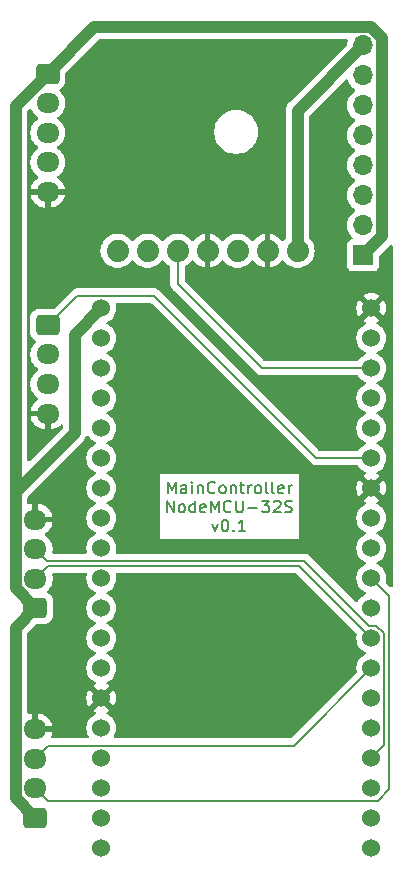
<source format=gtl>
%TF.GenerationSoftware,KiCad,Pcbnew,8.0.1*%
%TF.CreationDate,2024-04-28T12:43:27+02:00*%
%TF.ProjectId,MainControllerNodeMCU-32S,4d61696e-436f-46e7-9472-6f6c6c65724e,rev?*%
%TF.SameCoordinates,Original*%
%TF.FileFunction,Copper,L1,Top*%
%TF.FilePolarity,Positive*%
%FSLAX46Y46*%
G04 Gerber Fmt 4.6, Leading zero omitted, Abs format (unit mm)*
G04 Created by KiCad (PCBNEW 8.0.1) date 2024-04-28 12:43:27*
%MOMM*%
%LPD*%
G01*
G04 APERTURE LIST*
G04 Aperture macros list*
%AMRoundRect*
0 Rectangle with rounded corners*
0 $1 Rounding radius*
0 $2 $3 $4 $5 $6 $7 $8 $9 X,Y pos of 4 corners*
0 Add a 4 corners polygon primitive as box body*
4,1,4,$2,$3,$4,$5,$6,$7,$8,$9,$2,$3,0*
0 Add four circle primitives for the rounded corners*
1,1,$1+$1,$2,$3*
1,1,$1+$1,$4,$5*
1,1,$1+$1,$6,$7*
1,1,$1+$1,$8,$9*
0 Add four rect primitives between the rounded corners*
20,1,$1+$1,$2,$3,$4,$5,0*
20,1,$1+$1,$4,$5,$6,$7,0*
20,1,$1+$1,$6,$7,$8,$9,0*
20,1,$1+$1,$8,$9,$2,$3,0*%
G04 Aperture macros list end*
%ADD10C,0.200000*%
%TA.AperFunction,NonConductor*%
%ADD11C,0.200000*%
%TD*%
%TA.AperFunction,ComponentPad*%
%ADD12RoundRect,0.250000X-0.725000X0.600000X-0.725000X-0.600000X0.725000X-0.600000X0.725000X0.600000X0*%
%TD*%
%TA.AperFunction,ComponentPad*%
%ADD13O,1.950000X1.700000*%
%TD*%
%TA.AperFunction,ComponentPad*%
%ADD14R,1.700000X1.700000*%
%TD*%
%TA.AperFunction,ComponentPad*%
%ADD15O,1.700000X1.700000*%
%TD*%
%TA.AperFunction,ComponentPad*%
%ADD16C,1.879600*%
%TD*%
%TA.AperFunction,ComponentPad*%
%ADD17RoundRect,0.250000X0.725000X-0.600000X0.725000X0.600000X-0.725000X0.600000X-0.725000X-0.600000X0*%
%TD*%
%TA.AperFunction,ComponentPad*%
%ADD18C,1.524000*%
%TD*%
%TA.AperFunction,Conductor*%
%ADD19C,1.000000*%
%TD*%
%TA.AperFunction,Conductor*%
%ADD20C,0.200000*%
%TD*%
G04 APERTURE END LIST*
D10*
D11*
X153409523Y-106137219D02*
X153409523Y-105137219D01*
X153409523Y-105137219D02*
X153742856Y-105851504D01*
X153742856Y-105851504D02*
X154076189Y-105137219D01*
X154076189Y-105137219D02*
X154076189Y-106137219D01*
X154980951Y-106137219D02*
X154980951Y-105613409D01*
X154980951Y-105613409D02*
X154933332Y-105518171D01*
X154933332Y-105518171D02*
X154838094Y-105470552D01*
X154838094Y-105470552D02*
X154647618Y-105470552D01*
X154647618Y-105470552D02*
X154552380Y-105518171D01*
X154980951Y-106089600D02*
X154885713Y-106137219D01*
X154885713Y-106137219D02*
X154647618Y-106137219D01*
X154647618Y-106137219D02*
X154552380Y-106089600D01*
X154552380Y-106089600D02*
X154504761Y-105994361D01*
X154504761Y-105994361D02*
X154504761Y-105899123D01*
X154504761Y-105899123D02*
X154552380Y-105803885D01*
X154552380Y-105803885D02*
X154647618Y-105756266D01*
X154647618Y-105756266D02*
X154885713Y-105756266D01*
X154885713Y-105756266D02*
X154980951Y-105708647D01*
X155457142Y-106137219D02*
X155457142Y-105470552D01*
X155457142Y-105137219D02*
X155409523Y-105184838D01*
X155409523Y-105184838D02*
X155457142Y-105232457D01*
X155457142Y-105232457D02*
X155504761Y-105184838D01*
X155504761Y-105184838D02*
X155457142Y-105137219D01*
X155457142Y-105137219D02*
X155457142Y-105232457D01*
X155933332Y-105470552D02*
X155933332Y-106137219D01*
X155933332Y-105565790D02*
X155980951Y-105518171D01*
X155980951Y-105518171D02*
X156076189Y-105470552D01*
X156076189Y-105470552D02*
X156219046Y-105470552D01*
X156219046Y-105470552D02*
X156314284Y-105518171D01*
X156314284Y-105518171D02*
X156361903Y-105613409D01*
X156361903Y-105613409D02*
X156361903Y-106137219D01*
X157409522Y-106041980D02*
X157361903Y-106089600D01*
X157361903Y-106089600D02*
X157219046Y-106137219D01*
X157219046Y-106137219D02*
X157123808Y-106137219D01*
X157123808Y-106137219D02*
X156980951Y-106089600D01*
X156980951Y-106089600D02*
X156885713Y-105994361D01*
X156885713Y-105994361D02*
X156838094Y-105899123D01*
X156838094Y-105899123D02*
X156790475Y-105708647D01*
X156790475Y-105708647D02*
X156790475Y-105565790D01*
X156790475Y-105565790D02*
X156838094Y-105375314D01*
X156838094Y-105375314D02*
X156885713Y-105280076D01*
X156885713Y-105280076D02*
X156980951Y-105184838D01*
X156980951Y-105184838D02*
X157123808Y-105137219D01*
X157123808Y-105137219D02*
X157219046Y-105137219D01*
X157219046Y-105137219D02*
X157361903Y-105184838D01*
X157361903Y-105184838D02*
X157409522Y-105232457D01*
X157980951Y-106137219D02*
X157885713Y-106089600D01*
X157885713Y-106089600D02*
X157838094Y-106041980D01*
X157838094Y-106041980D02*
X157790475Y-105946742D01*
X157790475Y-105946742D02*
X157790475Y-105661028D01*
X157790475Y-105661028D02*
X157838094Y-105565790D01*
X157838094Y-105565790D02*
X157885713Y-105518171D01*
X157885713Y-105518171D02*
X157980951Y-105470552D01*
X157980951Y-105470552D02*
X158123808Y-105470552D01*
X158123808Y-105470552D02*
X158219046Y-105518171D01*
X158219046Y-105518171D02*
X158266665Y-105565790D01*
X158266665Y-105565790D02*
X158314284Y-105661028D01*
X158314284Y-105661028D02*
X158314284Y-105946742D01*
X158314284Y-105946742D02*
X158266665Y-106041980D01*
X158266665Y-106041980D02*
X158219046Y-106089600D01*
X158219046Y-106089600D02*
X158123808Y-106137219D01*
X158123808Y-106137219D02*
X157980951Y-106137219D01*
X158742856Y-105470552D02*
X158742856Y-106137219D01*
X158742856Y-105565790D02*
X158790475Y-105518171D01*
X158790475Y-105518171D02*
X158885713Y-105470552D01*
X158885713Y-105470552D02*
X159028570Y-105470552D01*
X159028570Y-105470552D02*
X159123808Y-105518171D01*
X159123808Y-105518171D02*
X159171427Y-105613409D01*
X159171427Y-105613409D02*
X159171427Y-106137219D01*
X159504761Y-105470552D02*
X159885713Y-105470552D01*
X159647618Y-105137219D02*
X159647618Y-105994361D01*
X159647618Y-105994361D02*
X159695237Y-106089600D01*
X159695237Y-106089600D02*
X159790475Y-106137219D01*
X159790475Y-106137219D02*
X159885713Y-106137219D01*
X160219047Y-106137219D02*
X160219047Y-105470552D01*
X160219047Y-105661028D02*
X160266666Y-105565790D01*
X160266666Y-105565790D02*
X160314285Y-105518171D01*
X160314285Y-105518171D02*
X160409523Y-105470552D01*
X160409523Y-105470552D02*
X160504761Y-105470552D01*
X160980952Y-106137219D02*
X160885714Y-106089600D01*
X160885714Y-106089600D02*
X160838095Y-106041980D01*
X160838095Y-106041980D02*
X160790476Y-105946742D01*
X160790476Y-105946742D02*
X160790476Y-105661028D01*
X160790476Y-105661028D02*
X160838095Y-105565790D01*
X160838095Y-105565790D02*
X160885714Y-105518171D01*
X160885714Y-105518171D02*
X160980952Y-105470552D01*
X160980952Y-105470552D02*
X161123809Y-105470552D01*
X161123809Y-105470552D02*
X161219047Y-105518171D01*
X161219047Y-105518171D02*
X161266666Y-105565790D01*
X161266666Y-105565790D02*
X161314285Y-105661028D01*
X161314285Y-105661028D02*
X161314285Y-105946742D01*
X161314285Y-105946742D02*
X161266666Y-106041980D01*
X161266666Y-106041980D02*
X161219047Y-106089600D01*
X161219047Y-106089600D02*
X161123809Y-106137219D01*
X161123809Y-106137219D02*
X160980952Y-106137219D01*
X161885714Y-106137219D02*
X161790476Y-106089600D01*
X161790476Y-106089600D02*
X161742857Y-105994361D01*
X161742857Y-105994361D02*
X161742857Y-105137219D01*
X162409524Y-106137219D02*
X162314286Y-106089600D01*
X162314286Y-106089600D02*
X162266667Y-105994361D01*
X162266667Y-105994361D02*
X162266667Y-105137219D01*
X163171429Y-106089600D02*
X163076191Y-106137219D01*
X163076191Y-106137219D02*
X162885715Y-106137219D01*
X162885715Y-106137219D02*
X162790477Y-106089600D01*
X162790477Y-106089600D02*
X162742858Y-105994361D01*
X162742858Y-105994361D02*
X162742858Y-105613409D01*
X162742858Y-105613409D02*
X162790477Y-105518171D01*
X162790477Y-105518171D02*
X162885715Y-105470552D01*
X162885715Y-105470552D02*
X163076191Y-105470552D01*
X163076191Y-105470552D02*
X163171429Y-105518171D01*
X163171429Y-105518171D02*
X163219048Y-105613409D01*
X163219048Y-105613409D02*
X163219048Y-105708647D01*
X163219048Y-105708647D02*
X162742858Y-105803885D01*
X163647620Y-106137219D02*
X163647620Y-105470552D01*
X163647620Y-105661028D02*
X163695239Y-105565790D01*
X163695239Y-105565790D02*
X163742858Y-105518171D01*
X163742858Y-105518171D02*
X163838096Y-105470552D01*
X163838096Y-105470552D02*
X163933334Y-105470552D01*
X153338095Y-107747163D02*
X153338095Y-106747163D01*
X153338095Y-106747163D02*
X153909523Y-107747163D01*
X153909523Y-107747163D02*
X153909523Y-106747163D01*
X154528571Y-107747163D02*
X154433333Y-107699544D01*
X154433333Y-107699544D02*
X154385714Y-107651924D01*
X154385714Y-107651924D02*
X154338095Y-107556686D01*
X154338095Y-107556686D02*
X154338095Y-107270972D01*
X154338095Y-107270972D02*
X154385714Y-107175734D01*
X154385714Y-107175734D02*
X154433333Y-107128115D01*
X154433333Y-107128115D02*
X154528571Y-107080496D01*
X154528571Y-107080496D02*
X154671428Y-107080496D01*
X154671428Y-107080496D02*
X154766666Y-107128115D01*
X154766666Y-107128115D02*
X154814285Y-107175734D01*
X154814285Y-107175734D02*
X154861904Y-107270972D01*
X154861904Y-107270972D02*
X154861904Y-107556686D01*
X154861904Y-107556686D02*
X154814285Y-107651924D01*
X154814285Y-107651924D02*
X154766666Y-107699544D01*
X154766666Y-107699544D02*
X154671428Y-107747163D01*
X154671428Y-107747163D02*
X154528571Y-107747163D01*
X155719047Y-107747163D02*
X155719047Y-106747163D01*
X155719047Y-107699544D02*
X155623809Y-107747163D01*
X155623809Y-107747163D02*
X155433333Y-107747163D01*
X155433333Y-107747163D02*
X155338095Y-107699544D01*
X155338095Y-107699544D02*
X155290476Y-107651924D01*
X155290476Y-107651924D02*
X155242857Y-107556686D01*
X155242857Y-107556686D02*
X155242857Y-107270972D01*
X155242857Y-107270972D02*
X155290476Y-107175734D01*
X155290476Y-107175734D02*
X155338095Y-107128115D01*
X155338095Y-107128115D02*
X155433333Y-107080496D01*
X155433333Y-107080496D02*
X155623809Y-107080496D01*
X155623809Y-107080496D02*
X155719047Y-107128115D01*
X156576190Y-107699544D02*
X156480952Y-107747163D01*
X156480952Y-107747163D02*
X156290476Y-107747163D01*
X156290476Y-107747163D02*
X156195238Y-107699544D01*
X156195238Y-107699544D02*
X156147619Y-107604305D01*
X156147619Y-107604305D02*
X156147619Y-107223353D01*
X156147619Y-107223353D02*
X156195238Y-107128115D01*
X156195238Y-107128115D02*
X156290476Y-107080496D01*
X156290476Y-107080496D02*
X156480952Y-107080496D01*
X156480952Y-107080496D02*
X156576190Y-107128115D01*
X156576190Y-107128115D02*
X156623809Y-107223353D01*
X156623809Y-107223353D02*
X156623809Y-107318591D01*
X156623809Y-107318591D02*
X156147619Y-107413829D01*
X157052381Y-107747163D02*
X157052381Y-106747163D01*
X157052381Y-106747163D02*
X157385714Y-107461448D01*
X157385714Y-107461448D02*
X157719047Y-106747163D01*
X157719047Y-106747163D02*
X157719047Y-107747163D01*
X158766666Y-107651924D02*
X158719047Y-107699544D01*
X158719047Y-107699544D02*
X158576190Y-107747163D01*
X158576190Y-107747163D02*
X158480952Y-107747163D01*
X158480952Y-107747163D02*
X158338095Y-107699544D01*
X158338095Y-107699544D02*
X158242857Y-107604305D01*
X158242857Y-107604305D02*
X158195238Y-107509067D01*
X158195238Y-107509067D02*
X158147619Y-107318591D01*
X158147619Y-107318591D02*
X158147619Y-107175734D01*
X158147619Y-107175734D02*
X158195238Y-106985258D01*
X158195238Y-106985258D02*
X158242857Y-106890020D01*
X158242857Y-106890020D02*
X158338095Y-106794782D01*
X158338095Y-106794782D02*
X158480952Y-106747163D01*
X158480952Y-106747163D02*
X158576190Y-106747163D01*
X158576190Y-106747163D02*
X158719047Y-106794782D01*
X158719047Y-106794782D02*
X158766666Y-106842401D01*
X159195238Y-106747163D02*
X159195238Y-107556686D01*
X159195238Y-107556686D02*
X159242857Y-107651924D01*
X159242857Y-107651924D02*
X159290476Y-107699544D01*
X159290476Y-107699544D02*
X159385714Y-107747163D01*
X159385714Y-107747163D02*
X159576190Y-107747163D01*
X159576190Y-107747163D02*
X159671428Y-107699544D01*
X159671428Y-107699544D02*
X159719047Y-107651924D01*
X159719047Y-107651924D02*
X159766666Y-107556686D01*
X159766666Y-107556686D02*
X159766666Y-106747163D01*
X160242857Y-107366210D02*
X161004762Y-107366210D01*
X161385714Y-106747163D02*
X162004761Y-106747163D01*
X162004761Y-106747163D02*
X161671428Y-107128115D01*
X161671428Y-107128115D02*
X161814285Y-107128115D01*
X161814285Y-107128115D02*
X161909523Y-107175734D01*
X161909523Y-107175734D02*
X161957142Y-107223353D01*
X161957142Y-107223353D02*
X162004761Y-107318591D01*
X162004761Y-107318591D02*
X162004761Y-107556686D01*
X162004761Y-107556686D02*
X161957142Y-107651924D01*
X161957142Y-107651924D02*
X161909523Y-107699544D01*
X161909523Y-107699544D02*
X161814285Y-107747163D01*
X161814285Y-107747163D02*
X161528571Y-107747163D01*
X161528571Y-107747163D02*
X161433333Y-107699544D01*
X161433333Y-107699544D02*
X161385714Y-107651924D01*
X162385714Y-106842401D02*
X162433333Y-106794782D01*
X162433333Y-106794782D02*
X162528571Y-106747163D01*
X162528571Y-106747163D02*
X162766666Y-106747163D01*
X162766666Y-106747163D02*
X162861904Y-106794782D01*
X162861904Y-106794782D02*
X162909523Y-106842401D01*
X162909523Y-106842401D02*
X162957142Y-106937639D01*
X162957142Y-106937639D02*
X162957142Y-107032877D01*
X162957142Y-107032877D02*
X162909523Y-107175734D01*
X162909523Y-107175734D02*
X162338095Y-107747163D01*
X162338095Y-107747163D02*
X162957142Y-107747163D01*
X163338095Y-107699544D02*
X163480952Y-107747163D01*
X163480952Y-107747163D02*
X163719047Y-107747163D01*
X163719047Y-107747163D02*
X163814285Y-107699544D01*
X163814285Y-107699544D02*
X163861904Y-107651924D01*
X163861904Y-107651924D02*
X163909523Y-107556686D01*
X163909523Y-107556686D02*
X163909523Y-107461448D01*
X163909523Y-107461448D02*
X163861904Y-107366210D01*
X163861904Y-107366210D02*
X163814285Y-107318591D01*
X163814285Y-107318591D02*
X163719047Y-107270972D01*
X163719047Y-107270972D02*
X163528571Y-107223353D01*
X163528571Y-107223353D02*
X163433333Y-107175734D01*
X163433333Y-107175734D02*
X163385714Y-107128115D01*
X163385714Y-107128115D02*
X163338095Y-107032877D01*
X163338095Y-107032877D02*
X163338095Y-106937639D01*
X163338095Y-106937639D02*
X163385714Y-106842401D01*
X163385714Y-106842401D02*
X163433333Y-106794782D01*
X163433333Y-106794782D02*
X163528571Y-106747163D01*
X163528571Y-106747163D02*
X163766666Y-106747163D01*
X163766666Y-106747163D02*
X163909523Y-106794782D01*
X157171429Y-108690440D02*
X157409524Y-109357107D01*
X157409524Y-109357107D02*
X157647619Y-108690440D01*
X158219048Y-108357107D02*
X158314286Y-108357107D01*
X158314286Y-108357107D02*
X158409524Y-108404726D01*
X158409524Y-108404726D02*
X158457143Y-108452345D01*
X158457143Y-108452345D02*
X158504762Y-108547583D01*
X158504762Y-108547583D02*
X158552381Y-108738059D01*
X158552381Y-108738059D02*
X158552381Y-108976154D01*
X158552381Y-108976154D02*
X158504762Y-109166630D01*
X158504762Y-109166630D02*
X158457143Y-109261868D01*
X158457143Y-109261868D02*
X158409524Y-109309488D01*
X158409524Y-109309488D02*
X158314286Y-109357107D01*
X158314286Y-109357107D02*
X158219048Y-109357107D01*
X158219048Y-109357107D02*
X158123810Y-109309488D01*
X158123810Y-109309488D02*
X158076191Y-109261868D01*
X158076191Y-109261868D02*
X158028572Y-109166630D01*
X158028572Y-109166630D02*
X157980953Y-108976154D01*
X157980953Y-108976154D02*
X157980953Y-108738059D01*
X157980953Y-108738059D02*
X158028572Y-108547583D01*
X158028572Y-108547583D02*
X158076191Y-108452345D01*
X158076191Y-108452345D02*
X158123810Y-108404726D01*
X158123810Y-108404726D02*
X158219048Y-108357107D01*
X158980953Y-109261868D02*
X159028572Y-109309488D01*
X159028572Y-109309488D02*
X158980953Y-109357107D01*
X158980953Y-109357107D02*
X158933334Y-109309488D01*
X158933334Y-109309488D02*
X158980953Y-109261868D01*
X158980953Y-109261868D02*
X158980953Y-109357107D01*
X159980952Y-109357107D02*
X159409524Y-109357107D01*
X159695238Y-109357107D02*
X159695238Y-108357107D01*
X159695238Y-108357107D02*
X159600000Y-108499964D01*
X159600000Y-108499964D02*
X159504762Y-108595202D01*
X159504762Y-108595202D02*
X159409524Y-108642821D01*
D12*
%TO.P,J_SW_1,1,Pin_1*%
%TO.N,SW1*%
X143246800Y-91878800D03*
D13*
%TO.P,J_SW_1,2,Pin_2*%
%TO.N,SW2*%
X143246800Y-94378800D03*
%TO.P,J_SW_1,3,Pin_3*%
%TO.N,SW3*%
X143246800Y-96878800D03*
%TO.P,J_SW_1,4,Pin_4*%
%TO.N,GND*%
X143246800Y-99378800D03*
%TD*%
D14*
%TO.P,J_DP_1,1,Pin_1*%
%TO.N,+3.3V*%
X169946800Y-85983800D03*
D15*
%TO.P,J_DP_1,2,Pin_2*%
%TO.N,Display_SCK*%
X169946800Y-83443800D03*
%TO.P,J_DP_1,3,Pin_3*%
%TO.N,Display_SDA*%
X169946800Y-80903800D03*
%TO.P,J_DP_1,4,Pin_4*%
%TO.N,Display_A0*%
X169946800Y-78363800D03*
%TO.P,J_DP_1,5,Pin_5*%
%TO.N,Display_RESET*%
X169946800Y-75823800D03*
%TO.P,J_DP_1,6,Pin_6*%
%TO.N,Display_CS*%
X169946800Y-73283800D03*
%TO.P,J_DP_1,7,Pin_7*%
%TO.N,GND*%
X169946800Y-70743800D03*
%TO.P,J_DP_1,8,Pin_8*%
%TO.N,+5V*%
X169946800Y-68203800D03*
%TD*%
D16*
%TO.P,U2,1,DIN*%
%TO.N,MAX98357A_DIN*%
X154240000Y-85603800D03*
%TO.P,U2,2,GAIN_SLOT*%
%TO.N,GND*%
X156780000Y-85603800D03*
%TO.P,U2,3,GND*%
X161860000Y-85603800D03*
%TO.P,U2,4,~{SD_MODE}*%
%TO.N,unconnected-(U2-~{SD_MODE}-Pad4)*%
X159320000Y-85603800D03*
%TO.P,U2,5,VDD*%
%TO.N,+5V*%
X164400000Y-85603800D03*
%TO.P,U2,6,LRCLK*%
%TO.N,MAX98357A_LRCLK*%
X149160000Y-85603800D03*
%TO.P,U2,7,BCLK*%
%TO.N,MAX98357A_BCLK*%
X151700000Y-85603800D03*
%TD*%
D17*
%TO.P,J_SC_1,1,Pin_1*%
%TO.N,+3.3V*%
X142196800Y-133603800D03*
D13*
%TO.P,J_SC_1,2,Pin_2*%
%TO.N,HX711_1_DAT*%
X142196800Y-131103800D03*
%TO.P,J_SC_1,3,Pin_3*%
%TO.N,HX711_1_CLK*%
X142196800Y-128603800D03*
%TO.P,J_SC_1,4,Pin_4*%
%TO.N,GND*%
X142196800Y-126103800D03*
%TD*%
D12*
%TO.P,J_SW_2,1,Pin_1*%
%TO.N,+3.3V*%
X143246800Y-70603800D03*
D13*
%TO.P,J_SW_2,2,Pin_2*%
%TO.N,SW4*%
X143246800Y-73103800D03*
%TO.P,J_SW_2,3,Pin_3*%
%TO.N,SW5*%
X143246800Y-75603800D03*
%TO.P,J_SW_2,4,Pin_4*%
%TO.N,SW6*%
X143246800Y-78103800D03*
%TO.P,J_SW_2,5,Pin_5*%
%TO.N,GND*%
X143246800Y-80603800D03*
%TD*%
D18*
%TO.P,U1,J1_1,3.3V*%
%TO.N,+3.3V*%
X147784400Y-90451800D03*
%TO.P,U1,J1_2,EN*%
%TO.N,unconnected-(U1-EN-PadJ1_2)*%
X147784400Y-92991800D03*
%TO.P,U1,J1_3,IO36*%
%TO.N,SW4*%
X147784400Y-95531800D03*
%TO.P,U1,J1_4,IO39*%
%TO.N,SW5*%
X147784400Y-98071800D03*
%TO.P,U1,J1_5,IO34*%
%TO.N,unconnected-(U1-IO34-PadJ1_5)*%
X147784400Y-100611800D03*
%TO.P,U1,J1_6,IO35*%
%TO.N,SW6*%
X147784400Y-103151800D03*
%TO.P,U1,J1_7,IO32*%
%TO.N,unconnected-(U1-IO32-PadJ1_7)*%
X147784400Y-105691800D03*
%TO.P,U1,J1_8,IO33*%
%TO.N,unconnected-(U1-IO33-PadJ1_8)*%
X147784400Y-108231800D03*
%TO.P,U1,J1_9,IO25*%
%TO.N,MAX98357A_LRCLK*%
X147784400Y-110771800D03*
%TO.P,U1,J1_10,IO26*%
%TO.N,MAX98357A_BCLK*%
X147784400Y-113311800D03*
%TO.P,U1,J1_11,IO27*%
%TO.N,SW2*%
X147784400Y-115851800D03*
%TO.P,U1,J1_12,IO14*%
%TO.N,Display_RESET*%
X147784400Y-118391800D03*
%TO.P,U1,J1_13,IO12*%
%TO.N,unconnected-(U1-IO12-PadJ1_13)*%
X147784400Y-120931800D03*
%TO.P,U1,J1_14,GND*%
%TO.N,GND*%
X147784400Y-123471800D03*
%TO.P,U1,J1_15,IO13*%
%TO.N,SW3*%
X147784400Y-126011800D03*
%TO.P,U1,J1_16,IO9*%
%TO.N,unconnected-(U1-IO9-PadJ1_16)*%
X147784400Y-128551800D03*
%TO.P,U1,J1_17,IO10*%
%TO.N,unconnected-(U1-IO10-PadJ1_17)*%
X147784400Y-131091800D03*
%TO.P,U1,J1_18,IO11*%
%TO.N,unconnected-(U1-IO11-PadJ1_18)*%
X147784400Y-133631800D03*
%TO.P,U1,J1_19,5V*%
%TO.N,+5V*%
X147784400Y-136171800D03*
%TO.P,U1,J2_1,GND*%
%TO.N,GND*%
X170644400Y-90451800D03*
%TO.P,U1,J2_2,IO23*%
%TO.N,Display_SDA*%
X170644400Y-92991800D03*
%TO.P,U1,J2_3,IO22*%
%TO.N,MAX98357A_DIN*%
X170644400Y-95531800D03*
%TO.P,U1,J2_4,TX0*%
%TO.N,unconnected-(U1-TX0-PadJ2_4)*%
X170644400Y-98071800D03*
%TO.P,U1,J2_5,RX0*%
%TO.N,unconnected-(U1-RX0-PadJ2_5)*%
X170644400Y-100611800D03*
%TO.P,U1,J2_6,IO21*%
%TO.N,SW1*%
X170644400Y-103151800D03*
%TO.P,U1,J2_7,GND*%
%TO.N,GND*%
X170644400Y-105691800D03*
%TO.P,U1,J2_8,IO19*%
%TO.N,unconnected-(U1-IO19-PadJ2_8)*%
X170644400Y-108231800D03*
%TO.P,U1,J2_9,IO18*%
%TO.N,Display_SCK*%
X170644400Y-110771800D03*
%TO.P,U1,J2_10,IO5*%
%TO.N,HX711_1_DAT*%
X170644400Y-113311800D03*
%TO.P,U1,J2_11,IO17*%
%TO.N,Display_CS*%
X170644400Y-115851800D03*
%TO.P,U1,J2_12,IO16*%
%TO.N,HX711_2_DAT*%
X170644400Y-118391800D03*
%TO.P,U1,J2_13,IO4*%
%TO.N,HX711_1_CLK*%
X170644400Y-120931800D03*
%TO.P,U1,J2_14,IO0*%
%TO.N,unconnected-(U1-IO0-PadJ2_14)*%
X170644400Y-123471800D03*
%TO.P,U1,J2_15,IO2*%
%TO.N,Display_A0*%
X170644400Y-126011800D03*
%TO.P,U1,J2_16,IO15*%
%TO.N,HX711_2_CLK*%
X170644400Y-128551800D03*
%TO.P,U1,J2_17,IO8*%
%TO.N,unconnected-(U1-IO8-PadJ2_17)*%
X170644400Y-131091800D03*
%TO.P,U1,J2_18,IO7*%
%TO.N,unconnected-(U1-IO7-PadJ2_18)*%
X170644400Y-133631800D03*
%TO.P,U1,J2_19,IO6*%
%TO.N,unconnected-(U1-IO6-PadJ2_19)*%
X170644400Y-136171800D03*
%TD*%
D17*
%TO.P,J_SC_2,1,Pin_1*%
%TO.N,+3.3V*%
X142196800Y-115853800D03*
D13*
%TO.P,J_SC_2,2,Pin_2*%
%TO.N,HX711_2_DAT*%
X142196800Y-113353800D03*
%TO.P,J_SC_2,3,Pin_3*%
%TO.N,HX711_2_CLK*%
X142196800Y-110853800D03*
%TO.P,J_SC_2,4,Pin_4*%
%TO.N,GND*%
X142196800Y-108353800D03*
%TD*%
D19*
%TO.N,+5V*%
X169946800Y-68203800D02*
X164400000Y-73750600D01*
X164400000Y-73750600D02*
X164400000Y-85603800D01*
D20*
%TO.N,HX711_1_DAT*%
X143246800Y-132153800D02*
X171196800Y-132153800D01*
X172146800Y-131203800D02*
X172146800Y-114814200D01*
X172146800Y-114814200D02*
X170644400Y-113311800D01*
X171196800Y-132153800D02*
X172146800Y-131203800D01*
X142196800Y-131103800D02*
X143246800Y-132153800D01*
%TO.N,HX711_1_CLK*%
X142196800Y-128603800D02*
X143310800Y-127489800D01*
X164086400Y-127489800D02*
X170644400Y-120931800D01*
X143310800Y-127489800D02*
X164086400Y-127489800D01*
%TO.N,HX711_2_CLK*%
X171746800Y-117992305D02*
X171746800Y-127449400D01*
X142196800Y-110853800D02*
X143176800Y-111833800D01*
X171084295Y-117329800D02*
X171746800Y-117992305D01*
X143176800Y-111833800D02*
X164976800Y-111833800D01*
X170472800Y-117329800D02*
X171084295Y-117329800D01*
X164976800Y-111833800D02*
X170472800Y-117329800D01*
X171746800Y-127449400D02*
X170644400Y-128551800D01*
%TO.N,HX711_2_DAT*%
X142196800Y-113353800D02*
X143300800Y-112249800D01*
X164502400Y-112249800D02*
X170644400Y-118391800D01*
X143300800Y-112249800D02*
X164502400Y-112249800D01*
%TO.N,MAX98357A_DIN*%
X154240000Y-88397000D02*
X161374800Y-95531800D01*
X161374800Y-95531800D02*
X170644400Y-95531800D01*
X154240000Y-85603800D02*
X154240000Y-88397000D01*
D19*
%TO.N,+3.3V*%
X143246800Y-70603800D02*
X147196800Y-66653800D01*
X140521800Y-73328800D02*
X140521800Y-107803800D01*
X140521800Y-114178800D02*
X142196800Y-115853800D01*
X145546800Y-92689400D02*
X145546800Y-101003800D01*
X140521800Y-131928800D02*
X140521800Y-117528800D01*
X140521800Y-106028800D02*
X140521800Y-107803800D01*
X147196800Y-66653800D02*
X170588832Y-66653800D01*
X140521800Y-117528800D02*
X142196800Y-115853800D01*
X145546800Y-101003800D02*
X140521800Y-106028800D01*
X140521800Y-107803800D02*
X140521800Y-114178800D01*
X171546800Y-67611768D02*
X171546800Y-84383800D01*
X143246800Y-70603800D02*
X140521800Y-73328800D01*
X142196800Y-133603800D02*
X140521800Y-131928800D01*
X147784400Y-90451800D02*
X145546800Y-92689400D01*
X170588832Y-66653800D02*
X171546800Y-67611768D01*
X171546800Y-84383800D02*
X169946800Y-85983800D01*
D20*
%TO.N,SW1*%
X145735800Y-89389800D02*
X152232800Y-89389800D01*
X143246800Y-91878800D02*
X145735800Y-89389800D01*
X152232800Y-89389800D02*
X165994800Y-103151800D01*
X165994800Y-103151800D02*
X170644400Y-103151800D01*
%TD*%
%TA.AperFunction,Conductor*%
%TO.N,GND*%
G36*
X146506461Y-112869985D02*
G01*
X146552216Y-112922789D01*
X146562160Y-112991947D01*
X146559198Y-113006385D01*
X146550847Y-113037556D01*
X146536330Y-113091730D01*
X146536329Y-113091737D01*
X146517077Y-113311797D01*
X146517077Y-113311802D01*
X146536329Y-113531862D01*
X146536330Y-113531870D01*
X146593504Y-113745245D01*
X146593505Y-113745247D01*
X146593506Y-113745250D01*
X146652709Y-113872212D01*
X146686866Y-113945462D01*
X146686868Y-113945466D01*
X146813570Y-114126415D01*
X146813575Y-114126421D01*
X146969778Y-114282624D01*
X146969784Y-114282629D01*
X147150733Y-114409331D01*
X147150735Y-114409332D01*
X147150738Y-114409334D01*
X147270148Y-114465015D01*
X147279589Y-114469418D01*
X147332028Y-114515590D01*
X147351180Y-114582784D01*
X147330964Y-114649665D01*
X147279589Y-114694182D01*
X147150740Y-114754265D01*
X147150738Y-114754266D01*
X146969777Y-114880975D01*
X146813575Y-115037177D01*
X146686866Y-115218138D01*
X146686865Y-115218140D01*
X146593507Y-115418348D01*
X146593504Y-115418354D01*
X146536330Y-115631729D01*
X146536329Y-115631737D01*
X146517077Y-115851797D01*
X146517077Y-115851802D01*
X146536329Y-116071862D01*
X146536330Y-116071870D01*
X146593504Y-116285245D01*
X146593505Y-116285247D01*
X146593506Y-116285250D01*
X146686866Y-116485462D01*
X146686868Y-116485466D01*
X146813570Y-116666415D01*
X146813575Y-116666421D01*
X146969778Y-116822624D01*
X146969784Y-116822629D01*
X147150733Y-116949331D01*
X147150735Y-116949332D01*
X147150738Y-116949334D01*
X147270148Y-117005015D01*
X147279589Y-117009418D01*
X147332028Y-117055590D01*
X147351180Y-117122784D01*
X147330964Y-117189665D01*
X147279589Y-117234182D01*
X147150740Y-117294265D01*
X147150738Y-117294266D01*
X146969777Y-117420975D01*
X146813575Y-117577177D01*
X146686866Y-117758138D01*
X146686865Y-117758140D01*
X146593507Y-117958348D01*
X146593504Y-117958354D01*
X146536330Y-118171729D01*
X146536329Y-118171737D01*
X146517077Y-118391797D01*
X146517077Y-118391802D01*
X146536329Y-118611862D01*
X146536330Y-118611870D01*
X146593504Y-118825245D01*
X146593505Y-118825247D01*
X146593506Y-118825250D01*
X146686866Y-119025462D01*
X146686868Y-119025466D01*
X146813570Y-119206415D01*
X146813575Y-119206421D01*
X146969778Y-119362624D01*
X146969784Y-119362629D01*
X147150733Y-119489331D01*
X147150735Y-119489332D01*
X147150738Y-119489334D01*
X147270148Y-119545015D01*
X147279589Y-119549418D01*
X147332028Y-119595590D01*
X147351180Y-119662784D01*
X147330964Y-119729665D01*
X147279589Y-119774182D01*
X147150740Y-119834265D01*
X147150738Y-119834266D01*
X146969777Y-119960975D01*
X146813575Y-120117177D01*
X146686866Y-120298138D01*
X146686865Y-120298140D01*
X146593507Y-120498348D01*
X146593504Y-120498354D01*
X146536330Y-120711729D01*
X146536329Y-120711737D01*
X146517077Y-120931797D01*
X146517077Y-120931802D01*
X146536329Y-121151862D01*
X146536330Y-121151870D01*
X146593504Y-121365245D01*
X146593505Y-121365247D01*
X146593506Y-121365250D01*
X146686866Y-121565462D01*
X146686868Y-121565466D01*
X146813570Y-121746415D01*
X146813575Y-121746421D01*
X146969778Y-121902624D01*
X146969784Y-121902629D01*
X147150733Y-122029331D01*
X147150735Y-122029332D01*
X147150738Y-122029334D01*
X147280181Y-122089694D01*
X147332620Y-122135866D01*
X147351772Y-122203060D01*
X147331556Y-122269941D01*
X147280181Y-122314458D01*
X147150990Y-122374701D01*
X147086211Y-122420058D01*
X147648457Y-122982304D01*
X147588319Y-122998419D01*
X147472480Y-123065298D01*
X147377898Y-123159880D01*
X147311019Y-123275719D01*
X147294904Y-123335857D01*
X146732658Y-122773611D01*
X146687301Y-122838390D01*
X146593979Y-123038520D01*
X146593975Y-123038529D01*
X146536826Y-123251813D01*
X146536824Y-123251823D01*
X146517579Y-123471799D01*
X146517579Y-123471800D01*
X146536824Y-123691776D01*
X146536826Y-123691786D01*
X146593975Y-123905070D01*
X146593980Y-123905084D01*
X146687298Y-124105205D01*
X146687301Y-124105211D01*
X146732658Y-124169987D01*
X146732659Y-124169988D01*
X147294904Y-123607742D01*
X147311019Y-123667881D01*
X147377898Y-123783720D01*
X147472480Y-123878302D01*
X147588319Y-123945181D01*
X147648457Y-123961294D01*
X147086210Y-124523540D01*
X147150989Y-124568898D01*
X147280181Y-124629142D01*
X147332620Y-124675314D01*
X147351772Y-124742508D01*
X147331556Y-124809389D01*
X147280181Y-124853906D01*
X147150740Y-124914265D01*
X147150738Y-124914266D01*
X146969777Y-125040975D01*
X146813575Y-125197177D01*
X146686866Y-125378138D01*
X146686865Y-125378140D01*
X146593507Y-125578348D01*
X146593504Y-125578354D01*
X146536330Y-125791729D01*
X146536329Y-125791737D01*
X146517077Y-126011797D01*
X146517077Y-126011802D01*
X146536329Y-126231862D01*
X146536330Y-126231870D01*
X146593504Y-126445245D01*
X146593505Y-126445247D01*
X146593506Y-126445250D01*
X146686866Y-126645462D01*
X146686868Y-126645466D01*
X146720976Y-126694177D01*
X146743303Y-126760383D01*
X146726293Y-126828150D01*
X146675344Y-126875963D01*
X146619401Y-126889300D01*
X143639058Y-126889300D01*
X143572019Y-126869615D01*
X143526264Y-126816811D01*
X143516320Y-126747653D01*
X143528573Y-126709005D01*
X143572895Y-126622017D01*
X143638557Y-126419929D01*
X143638557Y-126419926D01*
X143649031Y-126353800D01*
X142600946Y-126353800D01*
X142639430Y-126287143D01*
X142671800Y-126166335D01*
X142671800Y-126041265D01*
X142639430Y-125920457D01*
X142600946Y-125853800D01*
X143649031Y-125853800D01*
X143638557Y-125787673D01*
X143638557Y-125787670D01*
X143572895Y-125585582D01*
X143476420Y-125396242D01*
X143351527Y-125224340D01*
X143351523Y-125224335D01*
X143201264Y-125074076D01*
X143201259Y-125074072D01*
X143029357Y-124949179D01*
X142840017Y-124852704D01*
X142637928Y-124787042D01*
X142446800Y-124756769D01*
X142446800Y-125699654D01*
X142380143Y-125661170D01*
X142259335Y-125628800D01*
X142134265Y-125628800D01*
X142013457Y-125661170D01*
X141946800Y-125699654D01*
X141946800Y-124756769D01*
X141755672Y-124787042D01*
X141755665Y-124787043D01*
X141684617Y-124810128D01*
X141614776Y-124812123D01*
X141554943Y-124776042D01*
X141524116Y-124713341D01*
X141522300Y-124692197D01*
X141522300Y-117994582D01*
X141541985Y-117927543D01*
X141558619Y-117906901D01*
X142224902Y-117240618D01*
X142286225Y-117207133D01*
X142312583Y-117204299D01*
X142971802Y-117204299D01*
X142971808Y-117204299D01*
X143074597Y-117193799D01*
X143241134Y-117138614D01*
X143390456Y-117046512D01*
X143514512Y-116922456D01*
X143606614Y-116773134D01*
X143661799Y-116606597D01*
X143672300Y-116503809D01*
X143672299Y-115203792D01*
X143661799Y-115101003D01*
X143606614Y-114934466D01*
X143514512Y-114785144D01*
X143390456Y-114661088D01*
X143241134Y-114568986D01*
X143241133Y-114568985D01*
X143235678Y-114565621D01*
X143188954Y-114513673D01*
X143177731Y-114444710D01*
X143205575Y-114380628D01*
X143213072Y-114372423D01*
X143351904Y-114233592D01*
X143476851Y-114061616D01*
X143573357Y-113872212D01*
X143639046Y-113670043D01*
X143672300Y-113460087D01*
X143672300Y-113247513D01*
X143639046Y-113037557D01*
X143630942Y-113012618D01*
X143628946Y-112942779D01*
X143665026Y-112882945D01*
X143727726Y-112852116D01*
X143748873Y-112850300D01*
X146439422Y-112850300D01*
X146506461Y-112869985D01*
G37*
%TD.AperFunction*%
%TA.AperFunction,Conductor*%
G36*
X164269342Y-112869985D02*
G01*
X164289984Y-112886619D01*
X169383484Y-117980120D01*
X169416969Y-118041443D01*
X169415578Y-118099893D01*
X169396332Y-118171724D01*
X169396329Y-118171738D01*
X169377077Y-118391797D01*
X169377077Y-118391802D01*
X169396329Y-118611862D01*
X169396330Y-118611870D01*
X169453504Y-118825245D01*
X169453505Y-118825247D01*
X169453506Y-118825250D01*
X169546866Y-119025462D01*
X169546868Y-119025466D01*
X169673570Y-119206415D01*
X169673575Y-119206421D01*
X169829778Y-119362624D01*
X169829784Y-119362629D01*
X170010733Y-119489331D01*
X170010735Y-119489332D01*
X170010738Y-119489334D01*
X170130148Y-119545015D01*
X170139589Y-119549418D01*
X170192028Y-119595590D01*
X170211180Y-119662784D01*
X170190964Y-119729665D01*
X170139589Y-119774182D01*
X170010740Y-119834265D01*
X170010738Y-119834266D01*
X169829777Y-119960975D01*
X169673575Y-120117177D01*
X169546866Y-120298138D01*
X169546865Y-120298140D01*
X169453507Y-120498348D01*
X169453504Y-120498354D01*
X169396330Y-120711729D01*
X169396329Y-120711737D01*
X169377077Y-120931797D01*
X169377077Y-120931800D01*
X169396329Y-121151862D01*
X169396330Y-121151866D01*
X169396330Y-121151870D01*
X169415578Y-121223704D01*
X169413915Y-121293554D01*
X169383484Y-121343478D01*
X163873984Y-126852981D01*
X163812661Y-126886466D01*
X163786303Y-126889300D01*
X148949399Y-126889300D01*
X148882360Y-126869615D01*
X148836605Y-126816811D01*
X148826661Y-126747653D01*
X148847824Y-126694177D01*
X148881931Y-126645466D01*
X148881930Y-126645466D01*
X148881934Y-126645462D01*
X148975294Y-126445250D01*
X149032470Y-126231868D01*
X149051723Y-126011800D01*
X149032470Y-125791732D01*
X148975294Y-125578350D01*
X148881934Y-125378139D01*
X148755226Y-125197180D01*
X148599020Y-125040974D01*
X148599016Y-125040971D01*
X148599015Y-125040970D01*
X148418066Y-124914268D01*
X148418062Y-124914266D01*
X148288618Y-124853905D01*
X148236179Y-124807732D01*
X148217027Y-124740539D01*
X148237243Y-124673658D01*
X148288619Y-124629140D01*
X148417816Y-124568895D01*
X148417817Y-124568894D01*
X148482588Y-124523541D01*
X147920342Y-123961294D01*
X147980481Y-123945181D01*
X148096320Y-123878302D01*
X148190902Y-123783720D01*
X148257781Y-123667881D01*
X148273895Y-123607742D01*
X148836141Y-124169988D01*
X148881494Y-124105217D01*
X148881500Y-124105207D01*
X148974819Y-123905084D01*
X148974824Y-123905070D01*
X149031973Y-123691786D01*
X149031975Y-123691776D01*
X149051221Y-123471800D01*
X149051221Y-123471799D01*
X149031975Y-123251823D01*
X149031973Y-123251813D01*
X148974824Y-123038529D01*
X148974820Y-123038520D01*
X148881496Y-122838386D01*
X148836141Y-122773611D01*
X148836140Y-122773610D01*
X148273894Y-123335856D01*
X148257781Y-123275719D01*
X148190902Y-123159880D01*
X148096320Y-123065298D01*
X147980481Y-122998419D01*
X147920342Y-122982305D01*
X148482588Y-122420059D01*
X148482587Y-122420058D01*
X148417811Y-122374701D01*
X148417805Y-122374698D01*
X148288619Y-122314458D01*
X148236179Y-122268286D01*
X148217027Y-122201093D01*
X148237243Y-122134211D01*
X148288619Y-122089694D01*
X148418062Y-122029334D01*
X148599020Y-121902626D01*
X148755226Y-121746420D01*
X148881934Y-121565462D01*
X148975294Y-121365250D01*
X149032470Y-121151868D01*
X149051723Y-120931800D01*
X149032470Y-120711732D01*
X148975294Y-120498350D01*
X148881934Y-120298139D01*
X148755226Y-120117180D01*
X148599020Y-119960974D01*
X148599016Y-119960971D01*
X148599015Y-119960970D01*
X148418066Y-119834268D01*
X148418058Y-119834264D01*
X148289211Y-119774182D01*
X148236771Y-119728010D01*
X148217619Y-119660817D01*
X148237835Y-119593935D01*
X148289211Y-119549418D01*
X148295202Y-119546624D01*
X148418062Y-119489334D01*
X148599020Y-119362626D01*
X148755226Y-119206420D01*
X148881934Y-119025462D01*
X148975294Y-118825250D01*
X149032470Y-118611868D01*
X149051723Y-118391800D01*
X149032470Y-118171732D01*
X148975294Y-117958350D01*
X148881934Y-117758139D01*
X148755226Y-117577180D01*
X148599020Y-117420974D01*
X148599016Y-117420971D01*
X148599015Y-117420970D01*
X148418066Y-117294268D01*
X148418058Y-117294264D01*
X148289211Y-117234182D01*
X148236771Y-117188010D01*
X148217619Y-117120817D01*
X148237835Y-117053935D01*
X148289211Y-117009418D01*
X148295202Y-117006624D01*
X148418062Y-116949334D01*
X148599020Y-116822626D01*
X148755226Y-116666420D01*
X148881934Y-116485462D01*
X148975294Y-116285250D01*
X149032470Y-116071868D01*
X149051723Y-115851800D01*
X149032470Y-115631732D01*
X148975294Y-115418350D01*
X148881934Y-115218139D01*
X148755226Y-115037180D01*
X148599020Y-114880974D01*
X148599016Y-114880971D01*
X148599015Y-114880970D01*
X148418066Y-114754268D01*
X148418058Y-114754264D01*
X148289211Y-114694182D01*
X148236771Y-114648010D01*
X148217619Y-114580817D01*
X148237835Y-114513935D01*
X148289211Y-114469418D01*
X148295202Y-114466624D01*
X148418062Y-114409334D01*
X148599020Y-114282626D01*
X148755226Y-114126420D01*
X148881934Y-113945462D01*
X148975294Y-113745250D01*
X149032470Y-113531868D01*
X149051723Y-113311800D01*
X149032470Y-113091732D01*
X149009603Y-113006392D01*
X149011266Y-112936544D01*
X149050428Y-112878681D01*
X149114656Y-112851177D01*
X149129378Y-112850300D01*
X164202303Y-112850300D01*
X164269342Y-112869985D01*
G37*
%TD.AperFunction*%
%TA.AperFunction,Conductor*%
G36*
X151999742Y-90009985D02*
G01*
X152020384Y-90026619D01*
X165509939Y-103516174D01*
X165509949Y-103516185D01*
X165514279Y-103520515D01*
X165514280Y-103520516D01*
X165626084Y-103632320D01*
X165712895Y-103682439D01*
X165712897Y-103682441D01*
X165750951Y-103704411D01*
X165763015Y-103711377D01*
X165915743Y-103752301D01*
X165915746Y-103752301D01*
X166081453Y-103752301D01*
X166081469Y-103752300D01*
X169459095Y-103752300D01*
X169526134Y-103771985D01*
X169560670Y-103805177D01*
X169644287Y-103924594D01*
X169673570Y-103966415D01*
X169673575Y-103966421D01*
X169829778Y-104122624D01*
X169829784Y-104122629D01*
X170010733Y-104249331D01*
X170010735Y-104249332D01*
X170010738Y-104249334D01*
X170139589Y-104309418D01*
X170140181Y-104309694D01*
X170192620Y-104355866D01*
X170211772Y-104423060D01*
X170191556Y-104489941D01*
X170140181Y-104534458D01*
X170010990Y-104594701D01*
X169946211Y-104640058D01*
X170508457Y-105202304D01*
X170448319Y-105218419D01*
X170332480Y-105285298D01*
X170237898Y-105379880D01*
X170171019Y-105495719D01*
X170154904Y-105555857D01*
X169592658Y-104993611D01*
X169547301Y-105058390D01*
X169453979Y-105258520D01*
X169453975Y-105258529D01*
X169396826Y-105471813D01*
X169396824Y-105471823D01*
X169377579Y-105691799D01*
X169377579Y-105691800D01*
X169396824Y-105911776D01*
X169396826Y-105911786D01*
X169453975Y-106125070D01*
X169453980Y-106125084D01*
X169547298Y-106325205D01*
X169547301Y-106325211D01*
X169592658Y-106389987D01*
X169592659Y-106389988D01*
X170154904Y-105827742D01*
X170171019Y-105887881D01*
X170237898Y-106003720D01*
X170332480Y-106098302D01*
X170448319Y-106165181D01*
X170508457Y-106181294D01*
X169946210Y-106743540D01*
X170010989Y-106788898D01*
X170140181Y-106849142D01*
X170192620Y-106895314D01*
X170211772Y-106962508D01*
X170191556Y-107029389D01*
X170140181Y-107073906D01*
X170010740Y-107134265D01*
X170010738Y-107134266D01*
X169829777Y-107260975D01*
X169673575Y-107417177D01*
X169546866Y-107598138D01*
X169546865Y-107598140D01*
X169453507Y-107798348D01*
X169453504Y-107798354D01*
X169396330Y-108011729D01*
X169396329Y-108011737D01*
X169377077Y-108231797D01*
X169377077Y-108231802D01*
X169396329Y-108451862D01*
X169396330Y-108451870D01*
X169453504Y-108665245D01*
X169453505Y-108665247D01*
X169453506Y-108665250D01*
X169455688Y-108669929D01*
X169546866Y-108865462D01*
X169546868Y-108865466D01*
X169673570Y-109046415D01*
X169673575Y-109046421D01*
X169829778Y-109202624D01*
X169829784Y-109202629D01*
X170010733Y-109329331D01*
X170010735Y-109329332D01*
X170010738Y-109329334D01*
X170126943Y-109383521D01*
X170139589Y-109389418D01*
X170192028Y-109435590D01*
X170211180Y-109502784D01*
X170190964Y-109569665D01*
X170139589Y-109614182D01*
X170010740Y-109674265D01*
X170010738Y-109674266D01*
X169829777Y-109800975D01*
X169673575Y-109957177D01*
X169546866Y-110138138D01*
X169546865Y-110138140D01*
X169453507Y-110338348D01*
X169453504Y-110338354D01*
X169396330Y-110551729D01*
X169396329Y-110551737D01*
X169377077Y-110771797D01*
X169377077Y-110771802D01*
X169396329Y-110991862D01*
X169396330Y-110991870D01*
X169453504Y-111205245D01*
X169453505Y-111205247D01*
X169453506Y-111205250D01*
X169466586Y-111233300D01*
X169546866Y-111405462D01*
X169546868Y-111405466D01*
X169673570Y-111586415D01*
X169673575Y-111586421D01*
X169829778Y-111742624D01*
X169829784Y-111742629D01*
X170010733Y-111869331D01*
X170010735Y-111869332D01*
X170010738Y-111869334D01*
X170130148Y-111925015D01*
X170139589Y-111929418D01*
X170192028Y-111975590D01*
X170211180Y-112042784D01*
X170190964Y-112109665D01*
X170139589Y-112154182D01*
X170010740Y-112214265D01*
X170010738Y-112214266D01*
X169829777Y-112340975D01*
X169673575Y-112497177D01*
X169546866Y-112678138D01*
X169546865Y-112678140D01*
X169453507Y-112878348D01*
X169453504Y-112878354D01*
X169396330Y-113091729D01*
X169396329Y-113091737D01*
X169377077Y-113311797D01*
X169377077Y-113311802D01*
X169396329Y-113531862D01*
X169396330Y-113531870D01*
X169453504Y-113745245D01*
X169453505Y-113745247D01*
X169453506Y-113745250D01*
X169512709Y-113872212D01*
X169546866Y-113945462D01*
X169546868Y-113945466D01*
X169673570Y-114126415D01*
X169673575Y-114126421D01*
X169829778Y-114282624D01*
X169829784Y-114282629D01*
X170010733Y-114409331D01*
X170010735Y-114409332D01*
X170010738Y-114409334D01*
X170130148Y-114465015D01*
X170139589Y-114469418D01*
X170192028Y-114515590D01*
X170211180Y-114582784D01*
X170190964Y-114649665D01*
X170139589Y-114694182D01*
X170010740Y-114754265D01*
X170010738Y-114754266D01*
X169829777Y-114880975D01*
X169673575Y-115037177D01*
X169546866Y-115218138D01*
X169546864Y-115218141D01*
X169514696Y-115287125D01*
X169468523Y-115339563D01*
X169401329Y-115358714D01*
X169334448Y-115338497D01*
X169314634Y-115322399D01*
X165464390Y-111472155D01*
X165464388Y-111472152D01*
X165345517Y-111353281D01*
X165345516Y-111353280D01*
X165258704Y-111303160D01*
X165258704Y-111303159D01*
X165258700Y-111303158D01*
X165208585Y-111274223D01*
X165055857Y-111233299D01*
X164897743Y-111233299D01*
X164890147Y-111233299D01*
X164890131Y-111233300D01*
X149129378Y-111233300D01*
X149062339Y-111213615D01*
X149016584Y-111160811D01*
X149006640Y-111091653D01*
X149009601Y-111077214D01*
X149032470Y-110991868D01*
X149051723Y-110771800D01*
X149032470Y-110551732D01*
X148975294Y-110338350D01*
X148881934Y-110138139D01*
X148755226Y-109957180D01*
X148599020Y-109800974D01*
X148599016Y-109800971D01*
X148599015Y-109800970D01*
X148418066Y-109674268D01*
X148418058Y-109674264D01*
X148289211Y-109614182D01*
X148236771Y-109568010D01*
X148217619Y-109500817D01*
X148237835Y-109433935D01*
X148289211Y-109389418D01*
X148301857Y-109383521D01*
X148418062Y-109329334D01*
X148599020Y-109202626D01*
X148755226Y-109046420D01*
X148881934Y-108865462D01*
X148975294Y-108665250D01*
X149032470Y-108451868D01*
X149051723Y-108231800D01*
X149032470Y-108011732D01*
X148975294Y-107798350D01*
X148881934Y-107598139D01*
X148755226Y-107417180D01*
X148599020Y-107260974D01*
X148599016Y-107260971D01*
X148599015Y-107260970D01*
X148418066Y-107134268D01*
X148418058Y-107134264D01*
X148289211Y-107074182D01*
X148236771Y-107028010D01*
X148217619Y-106960817D01*
X148237835Y-106893935D01*
X148289211Y-106849418D01*
X148295202Y-106846624D01*
X148418062Y-106789334D01*
X148599020Y-106662626D01*
X148755226Y-106506420D01*
X148881934Y-106325462D01*
X148975294Y-106125250D01*
X149032470Y-105911868D01*
X149051723Y-105691800D01*
X149032470Y-105471732D01*
X148975294Y-105258350D01*
X148881934Y-105058139D01*
X148755226Y-104877180D01*
X148599020Y-104720974D01*
X148599016Y-104720971D01*
X148599015Y-104720970D01*
X148418066Y-104594268D01*
X148418058Y-104594264D01*
X148289211Y-104534182D01*
X148285113Y-104530574D01*
X152730925Y-104530574D01*
X152730925Y-109963752D01*
X164538834Y-109963752D01*
X164538834Y-104530574D01*
X152730925Y-104530574D01*
X148285113Y-104530574D01*
X148236771Y-104488010D01*
X148217619Y-104420817D01*
X148237835Y-104353935D01*
X148289211Y-104309418D01*
X148295202Y-104306624D01*
X148418062Y-104249334D01*
X148599020Y-104122626D01*
X148755226Y-103966420D01*
X148881934Y-103785462D01*
X148975294Y-103585250D01*
X149032470Y-103371868D01*
X149051723Y-103151800D01*
X149032470Y-102931732D01*
X148975294Y-102718350D01*
X148881934Y-102518139D01*
X148755226Y-102337180D01*
X148599020Y-102180974D01*
X148599016Y-102180971D01*
X148599015Y-102180970D01*
X148418066Y-102054268D01*
X148418058Y-102054264D01*
X148289211Y-101994182D01*
X148236771Y-101948010D01*
X148217619Y-101880817D01*
X148237835Y-101813935D01*
X148289211Y-101769418D01*
X148295202Y-101766624D01*
X148418062Y-101709334D01*
X148599020Y-101582626D01*
X148755226Y-101426420D01*
X148881934Y-101245462D01*
X148975294Y-101045250D01*
X149032470Y-100831868D01*
X149051723Y-100611800D01*
X149032470Y-100391732D01*
X148975294Y-100178350D01*
X148881934Y-99978139D01*
X148795925Y-99855304D01*
X148755227Y-99797181D01*
X148716941Y-99758895D01*
X148599020Y-99640974D01*
X148599016Y-99640971D01*
X148599015Y-99640970D01*
X148418066Y-99514268D01*
X148418058Y-99514264D01*
X148289211Y-99454182D01*
X148236771Y-99408010D01*
X148217619Y-99340817D01*
X148237835Y-99273935D01*
X148289211Y-99229418D01*
X148295202Y-99226624D01*
X148418062Y-99169334D01*
X148599020Y-99042626D01*
X148755226Y-98886420D01*
X148881934Y-98705462D01*
X148975294Y-98505250D01*
X149032470Y-98291868D01*
X149051723Y-98071800D01*
X149032470Y-97851732D01*
X148975294Y-97638350D01*
X148881934Y-97438139D01*
X148755226Y-97257180D01*
X148599020Y-97100974D01*
X148599016Y-97100971D01*
X148599015Y-97100970D01*
X148418066Y-96974268D01*
X148418058Y-96974264D01*
X148289211Y-96914182D01*
X148236771Y-96868010D01*
X148217619Y-96800817D01*
X148237835Y-96733935D01*
X148289211Y-96689418D01*
X148295202Y-96686624D01*
X148418062Y-96629334D01*
X148599020Y-96502626D01*
X148755226Y-96346420D01*
X148881934Y-96165462D01*
X148975294Y-95965250D01*
X149032470Y-95751868D01*
X149047173Y-95583811D01*
X149051723Y-95531802D01*
X149051723Y-95531797D01*
X149040971Y-95408903D01*
X149032470Y-95311732D01*
X148975294Y-95098350D01*
X148881934Y-94898139D01*
X148755226Y-94717180D01*
X148599020Y-94560974D01*
X148599016Y-94560971D01*
X148599015Y-94560970D01*
X148418066Y-94434268D01*
X148418058Y-94434264D01*
X148289211Y-94374182D01*
X148236771Y-94328010D01*
X148217619Y-94260817D01*
X148237835Y-94193935D01*
X148289211Y-94149418D01*
X148295202Y-94146624D01*
X148418062Y-94089334D01*
X148599020Y-93962626D01*
X148755226Y-93806420D01*
X148881934Y-93625462D01*
X148975294Y-93425250D01*
X149032470Y-93211868D01*
X149051723Y-92991800D01*
X149047843Y-92947456D01*
X149034780Y-92798136D01*
X149032470Y-92771732D01*
X148975294Y-92558350D01*
X148881934Y-92358139D01*
X148755226Y-92177180D01*
X148599020Y-92020974D01*
X148599016Y-92020971D01*
X148599015Y-92020970D01*
X148418066Y-91894268D01*
X148418058Y-91894264D01*
X148289211Y-91834182D01*
X148236771Y-91788010D01*
X148217619Y-91720817D01*
X148237835Y-91653935D01*
X148289211Y-91609418D01*
X148295202Y-91606624D01*
X148418062Y-91549334D01*
X148599020Y-91422626D01*
X148755226Y-91266420D01*
X148881934Y-91085462D01*
X148975294Y-90885250D01*
X149032470Y-90671868D01*
X149051723Y-90451800D01*
X149032470Y-90231732D01*
X149009603Y-90146392D01*
X149011266Y-90076544D01*
X149050428Y-90018681D01*
X149114656Y-89991177D01*
X149129378Y-89990300D01*
X151932703Y-89990300D01*
X151999742Y-90009985D01*
G37*
%TD.AperFunction*%
%TA.AperFunction,Conductor*%
G36*
X168585918Y-71082113D02*
G01*
X168641851Y-71123985D01*
X168662359Y-71166202D01*
X168673366Y-71207283D01*
X168673370Y-71207292D01*
X168773199Y-71421378D01*
X168908694Y-71614882D01*
X169075717Y-71781905D01*
X169261395Y-71911919D01*
X169305019Y-71966496D01*
X169312212Y-72035995D01*
X169280690Y-72098349D01*
X169261395Y-72115069D01*
X169075394Y-72245308D01*
X168908305Y-72412397D01*
X168772765Y-72605969D01*
X168772764Y-72605971D01*
X168672898Y-72820135D01*
X168672894Y-72820144D01*
X168611738Y-73048386D01*
X168611736Y-73048396D01*
X168591141Y-73283799D01*
X168591141Y-73283800D01*
X168611736Y-73519203D01*
X168611738Y-73519213D01*
X168672894Y-73747455D01*
X168672896Y-73747459D01*
X168672897Y-73747463D01*
X168772765Y-73961630D01*
X168772767Y-73961634D01*
X168881081Y-74116321D01*
X168904202Y-74149342D01*
X168908301Y-74155195D01*
X168908306Y-74155202D01*
X169075397Y-74322293D01*
X169075403Y-74322298D01*
X169260958Y-74452225D01*
X169304583Y-74506802D01*
X169311777Y-74576300D01*
X169280254Y-74638655D01*
X169260958Y-74655375D01*
X169075397Y-74785305D01*
X168908305Y-74952397D01*
X168772765Y-75145969D01*
X168772764Y-75145971D01*
X168672898Y-75360135D01*
X168672894Y-75360144D01*
X168611738Y-75588386D01*
X168611736Y-75588396D01*
X168591141Y-75823799D01*
X168591141Y-75823800D01*
X168611736Y-76059203D01*
X168611738Y-76059213D01*
X168672894Y-76287455D01*
X168672896Y-76287459D01*
X168672897Y-76287463D01*
X168703650Y-76353412D01*
X168772765Y-76501630D01*
X168772767Y-76501634D01*
X168908301Y-76695195D01*
X168908306Y-76695202D01*
X169075397Y-76862293D01*
X169075403Y-76862298D01*
X169260958Y-76992225D01*
X169304583Y-77046802D01*
X169311777Y-77116300D01*
X169280254Y-77178655D01*
X169260958Y-77195375D01*
X169075397Y-77325305D01*
X168908305Y-77492397D01*
X168772765Y-77685969D01*
X168772764Y-77685971D01*
X168672898Y-77900135D01*
X168672894Y-77900144D01*
X168611738Y-78128386D01*
X168611736Y-78128396D01*
X168591141Y-78363799D01*
X168591141Y-78363800D01*
X168611736Y-78599203D01*
X168611738Y-78599213D01*
X168672894Y-78827455D01*
X168672896Y-78827459D01*
X168672897Y-78827463D01*
X168772765Y-79041630D01*
X168772767Y-79041634D01*
X168908301Y-79235195D01*
X168908306Y-79235202D01*
X169075397Y-79402293D01*
X169075403Y-79402298D01*
X169260958Y-79532225D01*
X169304583Y-79586802D01*
X169311777Y-79656300D01*
X169280254Y-79718655D01*
X169260958Y-79735375D01*
X169075397Y-79865305D01*
X168908305Y-80032397D01*
X168772765Y-80225969D01*
X168772764Y-80225971D01*
X168672898Y-80440135D01*
X168672894Y-80440144D01*
X168611738Y-80668386D01*
X168611736Y-80668396D01*
X168591141Y-80903799D01*
X168591141Y-80903800D01*
X168611736Y-81139203D01*
X168611738Y-81139213D01*
X168672894Y-81367455D01*
X168672896Y-81367459D01*
X168672897Y-81367463D01*
X168726894Y-81483259D01*
X168772765Y-81581630D01*
X168772767Y-81581634D01*
X168908301Y-81775195D01*
X168908306Y-81775202D01*
X169075397Y-81942293D01*
X169075403Y-81942298D01*
X169260958Y-82072225D01*
X169304583Y-82126802D01*
X169311777Y-82196300D01*
X169280254Y-82258655D01*
X169260958Y-82275375D01*
X169075397Y-82405305D01*
X168908305Y-82572397D01*
X168772765Y-82765969D01*
X168772764Y-82765971D01*
X168672898Y-82980135D01*
X168672894Y-82980144D01*
X168611738Y-83208386D01*
X168611736Y-83208396D01*
X168591141Y-83443799D01*
X168591141Y-83443800D01*
X168611736Y-83679203D01*
X168611738Y-83679213D01*
X168672894Y-83907455D01*
X168672896Y-83907459D01*
X168672897Y-83907463D01*
X168772765Y-84121630D01*
X168772767Y-84121634D01*
X168908301Y-84315195D01*
X168908306Y-84315202D01*
X169030230Y-84437126D01*
X169063715Y-84498449D01*
X169058731Y-84568141D01*
X169016859Y-84624074D01*
X168985883Y-84640989D01*
X168854469Y-84690003D01*
X168854464Y-84690006D01*
X168739255Y-84776252D01*
X168739252Y-84776255D01*
X168653006Y-84891464D01*
X168653002Y-84891471D01*
X168602708Y-85026317D01*
X168596301Y-85085916D01*
X168596300Y-85085935D01*
X168596300Y-86881670D01*
X168596301Y-86881676D01*
X168602708Y-86941283D01*
X168653002Y-87076128D01*
X168653006Y-87076135D01*
X168739252Y-87191344D01*
X168739255Y-87191347D01*
X168854464Y-87277593D01*
X168854471Y-87277597D01*
X168989317Y-87327891D01*
X168989316Y-87327891D01*
X168996244Y-87328635D01*
X169048927Y-87334300D01*
X170844672Y-87334299D01*
X170904283Y-87327891D01*
X171039131Y-87277596D01*
X171154346Y-87191346D01*
X171240596Y-87076131D01*
X171290891Y-86941283D01*
X171297300Y-86881673D01*
X171297299Y-86099581D01*
X171316983Y-86032543D01*
X171333618Y-86011901D01*
X172234619Y-85110902D01*
X172295942Y-85077417D01*
X172365634Y-85082401D01*
X172421567Y-85124273D01*
X172445984Y-85189737D01*
X172446300Y-85198583D01*
X172446300Y-113965103D01*
X172426615Y-114032142D01*
X172373811Y-114077897D01*
X172304653Y-114087841D01*
X172241097Y-114058816D01*
X172234619Y-114052784D01*
X171905314Y-113723479D01*
X171871829Y-113662156D01*
X171873221Y-113603702D01*
X171892469Y-113531872D01*
X171892469Y-113531870D01*
X171892470Y-113531868D01*
X171911723Y-113311800D01*
X171892470Y-113091732D01*
X171835294Y-112878350D01*
X171741934Y-112678139D01*
X171615226Y-112497180D01*
X171459020Y-112340974D01*
X171459016Y-112340971D01*
X171459015Y-112340970D01*
X171278066Y-112214268D01*
X171278058Y-112214264D01*
X171149211Y-112154182D01*
X171096771Y-112108010D01*
X171077619Y-112040817D01*
X171097835Y-111973935D01*
X171149211Y-111929418D01*
X171155202Y-111926624D01*
X171278062Y-111869334D01*
X171459020Y-111742626D01*
X171615226Y-111586420D01*
X171741934Y-111405462D01*
X171835294Y-111205250D01*
X171892470Y-110991868D01*
X171911723Y-110771800D01*
X171892470Y-110551732D01*
X171835294Y-110338350D01*
X171741934Y-110138139D01*
X171615226Y-109957180D01*
X171459020Y-109800974D01*
X171459016Y-109800971D01*
X171459015Y-109800970D01*
X171278066Y-109674268D01*
X171278058Y-109674264D01*
X171149211Y-109614182D01*
X171096771Y-109568010D01*
X171077619Y-109500817D01*
X171097835Y-109433935D01*
X171149211Y-109389418D01*
X171161857Y-109383521D01*
X171278062Y-109329334D01*
X171459020Y-109202626D01*
X171615226Y-109046420D01*
X171741934Y-108865462D01*
X171835294Y-108665250D01*
X171892470Y-108451868D01*
X171911723Y-108231800D01*
X171892470Y-108011732D01*
X171835294Y-107798350D01*
X171741934Y-107598139D01*
X171615226Y-107417180D01*
X171459020Y-107260974D01*
X171459016Y-107260971D01*
X171459015Y-107260970D01*
X171278066Y-107134268D01*
X171278062Y-107134266D01*
X171148618Y-107073905D01*
X171096179Y-107027732D01*
X171077027Y-106960539D01*
X171097243Y-106893658D01*
X171148619Y-106849140D01*
X171277816Y-106788895D01*
X171277817Y-106788894D01*
X171342588Y-106743541D01*
X170780342Y-106181294D01*
X170840481Y-106165181D01*
X170956320Y-106098302D01*
X171050902Y-106003720D01*
X171117781Y-105887881D01*
X171133895Y-105827742D01*
X171696141Y-106389988D01*
X171741494Y-106325217D01*
X171741500Y-106325207D01*
X171834819Y-106125084D01*
X171834824Y-106125070D01*
X171891973Y-105911786D01*
X171891975Y-105911776D01*
X171911221Y-105691800D01*
X171911221Y-105691799D01*
X171891975Y-105471823D01*
X171891973Y-105471813D01*
X171834824Y-105258529D01*
X171834820Y-105258520D01*
X171741496Y-105058386D01*
X171696141Y-104993611D01*
X171696140Y-104993610D01*
X171133894Y-105555856D01*
X171117781Y-105495719D01*
X171050902Y-105379880D01*
X170956320Y-105285298D01*
X170840481Y-105218419D01*
X170780342Y-105202305D01*
X171342588Y-104640059D01*
X171342587Y-104640058D01*
X171277811Y-104594701D01*
X171277805Y-104594698D01*
X171148619Y-104534458D01*
X171096179Y-104488286D01*
X171077027Y-104421093D01*
X171097243Y-104354211D01*
X171148619Y-104309694D01*
X171149211Y-104309418D01*
X171278062Y-104249334D01*
X171459020Y-104122626D01*
X171615226Y-103966420D01*
X171741934Y-103785462D01*
X171835294Y-103585250D01*
X171892470Y-103371868D01*
X171911723Y-103151800D01*
X171892470Y-102931732D01*
X171835294Y-102718350D01*
X171741934Y-102518139D01*
X171615226Y-102337180D01*
X171459020Y-102180974D01*
X171459016Y-102180971D01*
X171459015Y-102180970D01*
X171278066Y-102054268D01*
X171278058Y-102054264D01*
X171149211Y-101994182D01*
X171096771Y-101948010D01*
X171077619Y-101880817D01*
X171097835Y-101813935D01*
X171149211Y-101769418D01*
X171155202Y-101766624D01*
X171278062Y-101709334D01*
X171459020Y-101582626D01*
X171615226Y-101426420D01*
X171741934Y-101245462D01*
X171835294Y-101045250D01*
X171892470Y-100831868D01*
X171911723Y-100611800D01*
X171892470Y-100391732D01*
X171835294Y-100178350D01*
X171741934Y-99978139D01*
X171655925Y-99855304D01*
X171615227Y-99797181D01*
X171576941Y-99758895D01*
X171459020Y-99640974D01*
X171459016Y-99640971D01*
X171459015Y-99640970D01*
X171278066Y-99514268D01*
X171278058Y-99514264D01*
X171149211Y-99454182D01*
X171096771Y-99408010D01*
X171077619Y-99340817D01*
X171097835Y-99273935D01*
X171149211Y-99229418D01*
X171155202Y-99226624D01*
X171278062Y-99169334D01*
X171459020Y-99042626D01*
X171615226Y-98886420D01*
X171741934Y-98705462D01*
X171835294Y-98505250D01*
X171892470Y-98291868D01*
X171911723Y-98071800D01*
X171892470Y-97851732D01*
X171835294Y-97638350D01*
X171741934Y-97438139D01*
X171615226Y-97257180D01*
X171459020Y-97100974D01*
X171459016Y-97100971D01*
X171459015Y-97100970D01*
X171278066Y-96974268D01*
X171278058Y-96974264D01*
X171149211Y-96914182D01*
X171096771Y-96868010D01*
X171077619Y-96800817D01*
X171097835Y-96733935D01*
X171149211Y-96689418D01*
X171155202Y-96686624D01*
X171278062Y-96629334D01*
X171459020Y-96502626D01*
X171615226Y-96346420D01*
X171741934Y-96165462D01*
X171835294Y-95965250D01*
X171892470Y-95751868D01*
X171907173Y-95583811D01*
X171911723Y-95531802D01*
X171911723Y-95531797D01*
X171900971Y-95408903D01*
X171892470Y-95311732D01*
X171835294Y-95098350D01*
X171741934Y-94898139D01*
X171615226Y-94717180D01*
X171459020Y-94560974D01*
X171459016Y-94560971D01*
X171459015Y-94560970D01*
X171278066Y-94434268D01*
X171278058Y-94434264D01*
X171149211Y-94374182D01*
X171096771Y-94328010D01*
X171077619Y-94260817D01*
X171097835Y-94193935D01*
X171149211Y-94149418D01*
X171155202Y-94146624D01*
X171278062Y-94089334D01*
X171459020Y-93962626D01*
X171615226Y-93806420D01*
X171741934Y-93625462D01*
X171835294Y-93425250D01*
X171892470Y-93211868D01*
X171911723Y-92991800D01*
X171907843Y-92947456D01*
X171894780Y-92798136D01*
X171892470Y-92771732D01*
X171835294Y-92558350D01*
X171741934Y-92358139D01*
X171615226Y-92177180D01*
X171459020Y-92020974D01*
X171459016Y-92020971D01*
X171459015Y-92020970D01*
X171278066Y-91894268D01*
X171278062Y-91894266D01*
X171148618Y-91833905D01*
X171096179Y-91787732D01*
X171077027Y-91720539D01*
X171097243Y-91653658D01*
X171148619Y-91609140D01*
X171277816Y-91548895D01*
X171277817Y-91548894D01*
X171342588Y-91503541D01*
X170780342Y-90941294D01*
X170840481Y-90925181D01*
X170956320Y-90858302D01*
X171050902Y-90763720D01*
X171117781Y-90647881D01*
X171133895Y-90587742D01*
X171696141Y-91149988D01*
X171741494Y-91085217D01*
X171741500Y-91085207D01*
X171834819Y-90885084D01*
X171834824Y-90885070D01*
X171891973Y-90671786D01*
X171891975Y-90671776D01*
X171911221Y-90451800D01*
X171911221Y-90451799D01*
X171891975Y-90231823D01*
X171891973Y-90231813D01*
X171834824Y-90018529D01*
X171834820Y-90018520D01*
X171741496Y-89818386D01*
X171696141Y-89753611D01*
X171696140Y-89753610D01*
X171133894Y-90315856D01*
X171117781Y-90255719D01*
X171050902Y-90139880D01*
X170956320Y-90045298D01*
X170840481Y-89978419D01*
X170780342Y-89962305D01*
X171342588Y-89400059D01*
X171342587Y-89400058D01*
X171277811Y-89354701D01*
X171277805Y-89354698D01*
X171077684Y-89261380D01*
X171077670Y-89261375D01*
X170864386Y-89204226D01*
X170864376Y-89204224D01*
X170644401Y-89184979D01*
X170644399Y-89184979D01*
X170424423Y-89204224D01*
X170424413Y-89204226D01*
X170211129Y-89261375D01*
X170211120Y-89261379D01*
X170010990Y-89354701D01*
X169946211Y-89400058D01*
X170508457Y-89962304D01*
X170448319Y-89978419D01*
X170332480Y-90045298D01*
X170237898Y-90139880D01*
X170171019Y-90255719D01*
X170154904Y-90315857D01*
X169592658Y-89753611D01*
X169547301Y-89818390D01*
X169453979Y-90018520D01*
X169453975Y-90018529D01*
X169396826Y-90231813D01*
X169396824Y-90231823D01*
X169377579Y-90451799D01*
X169377579Y-90451800D01*
X169396824Y-90671776D01*
X169396826Y-90671786D01*
X169453975Y-90885070D01*
X169453980Y-90885084D01*
X169547298Y-91085205D01*
X169547301Y-91085211D01*
X169592658Y-91149987D01*
X169592659Y-91149988D01*
X170154904Y-90587742D01*
X170171019Y-90647881D01*
X170237898Y-90763720D01*
X170332480Y-90858302D01*
X170448319Y-90925181D01*
X170508457Y-90941294D01*
X169946210Y-91503540D01*
X170010989Y-91548898D01*
X170140181Y-91609142D01*
X170192620Y-91655314D01*
X170211772Y-91722508D01*
X170191556Y-91789389D01*
X170140181Y-91833906D01*
X170010740Y-91894265D01*
X170010738Y-91894266D01*
X169829777Y-92020975D01*
X169673575Y-92177177D01*
X169546866Y-92358138D01*
X169546865Y-92358140D01*
X169453507Y-92558348D01*
X169453504Y-92558354D01*
X169396330Y-92771729D01*
X169396329Y-92771737D01*
X169377077Y-92991797D01*
X169377077Y-92991802D01*
X169396329Y-93211862D01*
X169396330Y-93211870D01*
X169453504Y-93425245D01*
X169453505Y-93425247D01*
X169453506Y-93425250D01*
X169487900Y-93499008D01*
X169546866Y-93625462D01*
X169546868Y-93625466D01*
X169673570Y-93806415D01*
X169673575Y-93806421D01*
X169829778Y-93962624D01*
X169829784Y-93962629D01*
X170010733Y-94089331D01*
X170010735Y-94089332D01*
X170010738Y-94089334D01*
X170130148Y-94145015D01*
X170139589Y-94149418D01*
X170192028Y-94195590D01*
X170211180Y-94262784D01*
X170190964Y-94329665D01*
X170139589Y-94374182D01*
X170010740Y-94434265D01*
X170010738Y-94434266D01*
X169829777Y-94560975D01*
X169673575Y-94717177D01*
X169560671Y-94878423D01*
X169506094Y-94922048D01*
X169459096Y-94931300D01*
X161674897Y-94931300D01*
X161607858Y-94911615D01*
X161587216Y-94894981D01*
X154876819Y-88184584D01*
X154843334Y-88123261D01*
X154840500Y-88096903D01*
X154840500Y-86990397D01*
X154860185Y-86923358D01*
X154905483Y-86881342D01*
X154908041Y-86879957D01*
X155030469Y-86813703D01*
X155218832Y-86667095D01*
X155380494Y-86491482D01*
X155406489Y-86451693D01*
X155459631Y-86406337D01*
X155528862Y-86396912D01*
X155592199Y-86426412D01*
X155614105Y-86451691D01*
X155639903Y-86491177D01*
X155639907Y-86491183D01*
X155801504Y-86666722D01*
X155801514Y-86666731D01*
X155989801Y-86813281D01*
X155989810Y-86813287D01*
X156199650Y-86926846D01*
X156199660Y-86926851D01*
X156425338Y-87004326D01*
X156530000Y-87021790D01*
X156530000Y-86046051D01*
X156583919Y-86077181D01*
X156713120Y-86111800D01*
X156846880Y-86111800D01*
X156976081Y-86077181D01*
X157030000Y-86046051D01*
X157030000Y-87021789D01*
X157134661Y-87004326D01*
X157360339Y-86926851D01*
X157360349Y-86926846D01*
X157570189Y-86813287D01*
X157570198Y-86813281D01*
X157758485Y-86666731D01*
X157758495Y-86666722D01*
X157920098Y-86491176D01*
X157945893Y-86451694D01*
X157999039Y-86406337D01*
X158068270Y-86396913D01*
X158131606Y-86426414D01*
X158153511Y-86451694D01*
X158179506Y-86491482D01*
X158341168Y-86667095D01*
X158529531Y-86813703D01*
X158739455Y-86927309D01*
X158965216Y-87004812D01*
X159200653Y-87044100D01*
X159200654Y-87044100D01*
X159439346Y-87044100D01*
X159439347Y-87044100D01*
X159674784Y-87004812D01*
X159900545Y-86927309D01*
X160110469Y-86813703D01*
X160298832Y-86667095D01*
X160460494Y-86491482D01*
X160486489Y-86451693D01*
X160539631Y-86406337D01*
X160608862Y-86396912D01*
X160672199Y-86426412D01*
X160694105Y-86451691D01*
X160719903Y-86491177D01*
X160719907Y-86491183D01*
X160881504Y-86666722D01*
X160881514Y-86666731D01*
X161069801Y-86813281D01*
X161069810Y-86813287D01*
X161279650Y-86926846D01*
X161279660Y-86926851D01*
X161505338Y-87004326D01*
X161610000Y-87021790D01*
X161610000Y-86046051D01*
X161663919Y-86077181D01*
X161793120Y-86111800D01*
X161926880Y-86111800D01*
X162056081Y-86077181D01*
X162110000Y-86046051D01*
X162110000Y-87021789D01*
X162214661Y-87004326D01*
X162440339Y-86926851D01*
X162440349Y-86926846D01*
X162650189Y-86813287D01*
X162650198Y-86813281D01*
X162838485Y-86666731D01*
X162838495Y-86666722D01*
X163000098Y-86491176D01*
X163025893Y-86451694D01*
X163079039Y-86406337D01*
X163148270Y-86396913D01*
X163211606Y-86426414D01*
X163233511Y-86451694D01*
X163259506Y-86491482D01*
X163421168Y-86667095D01*
X163609531Y-86813703D01*
X163819455Y-86927309D01*
X164045216Y-87004812D01*
X164280653Y-87044100D01*
X164280654Y-87044100D01*
X164519346Y-87044100D01*
X164519347Y-87044100D01*
X164754784Y-87004812D01*
X164980545Y-86927309D01*
X165190469Y-86813703D01*
X165378832Y-86667095D01*
X165540494Y-86491482D01*
X165671047Y-86291656D01*
X165766929Y-86073067D01*
X165825525Y-85841678D01*
X165825526Y-85841669D01*
X165845236Y-85603805D01*
X165845236Y-85603794D01*
X165825526Y-85365930D01*
X165825524Y-85365918D01*
X165766929Y-85134532D01*
X165671048Y-84915947D01*
X165671047Y-84915944D01*
X165540494Y-84716118D01*
X165540492Y-84716116D01*
X165540491Y-84716114D01*
X165433270Y-84599639D01*
X165402348Y-84536984D01*
X165400500Y-84515657D01*
X165400500Y-74216381D01*
X165420185Y-74149342D01*
X165436814Y-74128705D01*
X168454908Y-71110611D01*
X168516226Y-71077129D01*
X168585918Y-71082113D01*
G37*
%TD.AperFunction*%
%TA.AperFunction,Conductor*%
G36*
X146679413Y-101254001D02*
G01*
X146717715Y-101289519D01*
X146813574Y-101426420D01*
X146813575Y-101426421D01*
X146969778Y-101582624D01*
X146969784Y-101582629D01*
X147150733Y-101709331D01*
X147150735Y-101709332D01*
X147150738Y-101709334D01*
X147270148Y-101765015D01*
X147279589Y-101769418D01*
X147332028Y-101815590D01*
X147351180Y-101882784D01*
X147330964Y-101949665D01*
X147279589Y-101994182D01*
X147150740Y-102054265D01*
X147150738Y-102054266D01*
X146969777Y-102180975D01*
X146813575Y-102337177D01*
X146686866Y-102518138D01*
X146686865Y-102518140D01*
X146593507Y-102718348D01*
X146593504Y-102718354D01*
X146536330Y-102931729D01*
X146536329Y-102931737D01*
X146517077Y-103151797D01*
X146517077Y-103151802D01*
X146536329Y-103371862D01*
X146536330Y-103371870D01*
X146593504Y-103585245D01*
X146593505Y-103585247D01*
X146593506Y-103585250D01*
X146615455Y-103632320D01*
X146686866Y-103785462D01*
X146686868Y-103785466D01*
X146813570Y-103966415D01*
X146813575Y-103966421D01*
X146969778Y-104122624D01*
X146969784Y-104122629D01*
X147150733Y-104249331D01*
X147150735Y-104249332D01*
X147150738Y-104249334D01*
X147270148Y-104305015D01*
X147279589Y-104309418D01*
X147332028Y-104355590D01*
X147351180Y-104422784D01*
X147330964Y-104489665D01*
X147279589Y-104534182D01*
X147150740Y-104594265D01*
X147150738Y-104594266D01*
X146969777Y-104720975D01*
X146813575Y-104877177D01*
X146686866Y-105058138D01*
X146686865Y-105058140D01*
X146593507Y-105258348D01*
X146593504Y-105258354D01*
X146536330Y-105471729D01*
X146536329Y-105471737D01*
X146517077Y-105691797D01*
X146517077Y-105691802D01*
X146536329Y-105911862D01*
X146536330Y-105911870D01*
X146593504Y-106125245D01*
X146593505Y-106125247D01*
X146593506Y-106125250D01*
X146612126Y-106165181D01*
X146686866Y-106325462D01*
X146686868Y-106325466D01*
X146813570Y-106506415D01*
X146813575Y-106506421D01*
X146969778Y-106662624D01*
X146969784Y-106662629D01*
X147150733Y-106789331D01*
X147150735Y-106789332D01*
X147150738Y-106789334D01*
X147270148Y-106845015D01*
X147279589Y-106849418D01*
X147332028Y-106895590D01*
X147351180Y-106962784D01*
X147330964Y-107029665D01*
X147279589Y-107074182D01*
X147150740Y-107134265D01*
X147150738Y-107134266D01*
X146969777Y-107260975D01*
X146813575Y-107417177D01*
X146686866Y-107598138D01*
X146686865Y-107598140D01*
X146593507Y-107798348D01*
X146593504Y-107798354D01*
X146536330Y-108011729D01*
X146536329Y-108011737D01*
X146517077Y-108231797D01*
X146517077Y-108231802D01*
X146536329Y-108451862D01*
X146536330Y-108451870D01*
X146593504Y-108665245D01*
X146593505Y-108665247D01*
X146593506Y-108665250D01*
X146595688Y-108669929D01*
X146686866Y-108865462D01*
X146686868Y-108865466D01*
X146813570Y-109046415D01*
X146813575Y-109046421D01*
X146969778Y-109202624D01*
X146969784Y-109202629D01*
X147150733Y-109329331D01*
X147150735Y-109329332D01*
X147150738Y-109329334D01*
X147266943Y-109383521D01*
X147279589Y-109389418D01*
X147332028Y-109435590D01*
X147351180Y-109502784D01*
X147330964Y-109569665D01*
X147279589Y-109614182D01*
X147150740Y-109674265D01*
X147150738Y-109674266D01*
X146969777Y-109800975D01*
X146813575Y-109957177D01*
X146686866Y-110138138D01*
X146686865Y-110138140D01*
X146593507Y-110338348D01*
X146593504Y-110338354D01*
X146536330Y-110551729D01*
X146536329Y-110551737D01*
X146517077Y-110771797D01*
X146517077Y-110771802D01*
X146536329Y-110991862D01*
X146536330Y-110991869D01*
X146543680Y-111019298D01*
X146559196Y-111077207D01*
X146557534Y-111147056D01*
X146518372Y-111204919D01*
X146454144Y-111232423D01*
X146439422Y-111233300D01*
X143774212Y-111233300D01*
X143707173Y-111213615D01*
X143661418Y-111160811D01*
X143651474Y-111091653D01*
X143651739Y-111089902D01*
X143672300Y-110960086D01*
X143672300Y-110747513D01*
X143639046Y-110537557D01*
X143573357Y-110335388D01*
X143476851Y-110145984D01*
X143476849Y-110145981D01*
X143476848Y-110145979D01*
X143351909Y-109974013D01*
X143201590Y-109823694D01*
X143201585Y-109823690D01*
X143036581Y-109703808D01*
X142993915Y-109648478D01*
X142987936Y-109578865D01*
X143020541Y-109517070D01*
X143036581Y-109503171D01*
X143201266Y-109383521D01*
X143351523Y-109233264D01*
X143351527Y-109233259D01*
X143476420Y-109061357D01*
X143572895Y-108872017D01*
X143638557Y-108669929D01*
X143638557Y-108669926D01*
X143649031Y-108603800D01*
X142600946Y-108603800D01*
X142639430Y-108537143D01*
X142671800Y-108416335D01*
X142671800Y-108291265D01*
X142639430Y-108170457D01*
X142600946Y-108103800D01*
X143649031Y-108103800D01*
X143638557Y-108037673D01*
X143638557Y-108037670D01*
X143572895Y-107835582D01*
X143476420Y-107646242D01*
X143351527Y-107474340D01*
X143351523Y-107474335D01*
X143201264Y-107324076D01*
X143201259Y-107324072D01*
X143029357Y-107199179D01*
X142840017Y-107102704D01*
X142637928Y-107037042D01*
X142446800Y-107006769D01*
X142446800Y-107949654D01*
X142380143Y-107911170D01*
X142259335Y-107878800D01*
X142134265Y-107878800D01*
X142013457Y-107911170D01*
X141946800Y-107949654D01*
X141946800Y-107006769D01*
X141755672Y-107037042D01*
X141755665Y-107037043D01*
X141684617Y-107060128D01*
X141614776Y-107062123D01*
X141554943Y-107026042D01*
X141524116Y-106963341D01*
X141522300Y-106942197D01*
X141522300Y-106494581D01*
X141541985Y-106427542D01*
X141558614Y-106406905D01*
X146184578Y-101780941D01*
X146184582Y-101780939D01*
X146323939Y-101641582D01*
X146433432Y-101477714D01*
X146501579Y-101313190D01*
X146545419Y-101258787D01*
X146611713Y-101236722D01*
X146679413Y-101254001D01*
G37*
%TD.AperFunction*%
%TA.AperFunction,Conductor*%
G36*
X168601336Y-67673985D02*
G01*
X168647091Y-67726789D01*
X168657035Y-67795947D01*
X168654072Y-67810393D01*
X168611738Y-67968386D01*
X168611736Y-67968396D01*
X168600755Y-68093898D01*
X168575302Y-68158966D01*
X168564908Y-68170770D01*
X166141098Y-70594581D01*
X163762221Y-72973458D01*
X163762218Y-72973461D01*
X163698716Y-73036963D01*
X163622859Y-73112819D01*
X163513371Y-73276680D01*
X163513364Y-73276693D01*
X163469605Y-73382341D01*
X163469604Y-73382343D01*
X163450965Y-73427338D01*
X163450966Y-73427339D01*
X163437950Y-73458761D01*
X163437947Y-73458769D01*
X163399500Y-73652056D01*
X163399500Y-84515657D01*
X163379815Y-84582696D01*
X163366730Y-84599639D01*
X163259507Y-84716115D01*
X163259504Y-84716119D01*
X163233508Y-84755908D01*
X163180361Y-84801263D01*
X163111129Y-84810685D01*
X163047794Y-84781182D01*
X163025892Y-84755906D01*
X163000093Y-84716419D01*
X163000092Y-84716416D01*
X162838495Y-84540877D01*
X162838485Y-84540868D01*
X162650198Y-84394318D01*
X162650189Y-84394312D01*
X162440349Y-84280753D01*
X162440339Y-84280748D01*
X162214663Y-84203274D01*
X162110000Y-84185809D01*
X162110000Y-85161548D01*
X162056081Y-85130419D01*
X161926880Y-85095800D01*
X161793120Y-85095800D01*
X161663919Y-85130419D01*
X161610000Y-85161548D01*
X161610000Y-84185809D01*
X161609999Y-84185809D01*
X161505336Y-84203274D01*
X161279660Y-84280748D01*
X161279650Y-84280753D01*
X161069810Y-84394312D01*
X161069801Y-84394318D01*
X160881514Y-84540868D01*
X160881504Y-84540877D01*
X160719907Y-84716416D01*
X160719899Y-84716427D01*
X160694106Y-84755907D01*
X160640960Y-84801264D01*
X160571728Y-84810687D01*
X160508393Y-84781185D01*
X160486489Y-84755906D01*
X160460696Y-84716427D01*
X160460494Y-84716118D01*
X160298832Y-84540505D01*
X160110469Y-84393897D01*
X160014152Y-84341772D01*
X159900546Y-84280291D01*
X159900541Y-84280289D01*
X159674786Y-84202788D01*
X159517826Y-84176596D01*
X159439347Y-84163500D01*
X159200653Y-84163500D01*
X159141793Y-84173322D01*
X158965213Y-84202788D01*
X158739458Y-84280289D01*
X158739453Y-84280291D01*
X158529529Y-84393898D01*
X158341167Y-84540505D01*
X158341165Y-84540507D01*
X158179508Y-84716115D01*
X158153510Y-84755908D01*
X158100363Y-84801264D01*
X158031131Y-84810687D01*
X157967796Y-84781184D01*
X157945894Y-84755907D01*
X157920100Y-84716427D01*
X157920092Y-84716416D01*
X157758495Y-84540877D01*
X157758485Y-84540868D01*
X157570198Y-84394318D01*
X157570189Y-84394312D01*
X157360349Y-84280753D01*
X157360339Y-84280748D01*
X157134663Y-84203274D01*
X157030000Y-84185809D01*
X157030000Y-85161548D01*
X156976081Y-85130419D01*
X156846880Y-85095800D01*
X156713120Y-85095800D01*
X156583919Y-85130419D01*
X156530000Y-85161548D01*
X156530000Y-84185809D01*
X156529999Y-84185809D01*
X156425336Y-84203274D01*
X156199660Y-84280748D01*
X156199650Y-84280753D01*
X155989810Y-84394312D01*
X155989801Y-84394318D01*
X155801514Y-84540868D01*
X155801504Y-84540877D01*
X155639907Y-84716416D01*
X155639899Y-84716427D01*
X155614106Y-84755907D01*
X155560960Y-84801264D01*
X155491728Y-84810687D01*
X155428393Y-84781185D01*
X155406489Y-84755906D01*
X155380696Y-84716427D01*
X155380494Y-84716118D01*
X155218832Y-84540505D01*
X155030469Y-84393897D01*
X154934152Y-84341772D01*
X154820546Y-84280291D01*
X154820541Y-84280289D01*
X154594786Y-84202788D01*
X154437826Y-84176596D01*
X154359347Y-84163500D01*
X154120653Y-84163500D01*
X154061793Y-84173322D01*
X153885213Y-84202788D01*
X153659458Y-84280289D01*
X153659453Y-84280291D01*
X153449529Y-84393898D01*
X153261169Y-84540504D01*
X153099508Y-84716115D01*
X153073808Y-84755452D01*
X153020661Y-84800808D01*
X152951430Y-84810231D01*
X152888094Y-84780728D01*
X152866192Y-84755452D01*
X152840494Y-84716118D01*
X152678832Y-84540505D01*
X152490469Y-84393897D01*
X152394152Y-84341772D01*
X152280546Y-84280291D01*
X152280541Y-84280289D01*
X152054786Y-84202788D01*
X151897826Y-84176596D01*
X151819347Y-84163500D01*
X151580653Y-84163500D01*
X151521793Y-84173322D01*
X151345213Y-84202788D01*
X151119458Y-84280289D01*
X151119453Y-84280291D01*
X150909529Y-84393898D01*
X150721169Y-84540504D01*
X150559508Y-84716115D01*
X150533808Y-84755452D01*
X150480661Y-84800808D01*
X150411430Y-84810231D01*
X150348094Y-84780728D01*
X150326192Y-84755452D01*
X150300494Y-84716118D01*
X150138832Y-84540505D01*
X149950469Y-84393897D01*
X149854152Y-84341772D01*
X149740546Y-84280291D01*
X149740541Y-84280289D01*
X149514786Y-84202788D01*
X149357826Y-84176596D01*
X149279347Y-84163500D01*
X149040653Y-84163500D01*
X148981793Y-84173322D01*
X148805213Y-84202788D01*
X148579458Y-84280289D01*
X148579453Y-84280291D01*
X148369529Y-84393898D01*
X148181169Y-84540504D01*
X148019506Y-84716117D01*
X147888951Y-84915947D01*
X147793070Y-85134532D01*
X147734475Y-85365918D01*
X147734473Y-85365930D01*
X147714764Y-85603794D01*
X147714764Y-85603805D01*
X147734473Y-85841669D01*
X147734475Y-85841681D01*
X147793070Y-86073067D01*
X147888951Y-86291652D01*
X147888953Y-86291656D01*
X148019506Y-86491482D01*
X148181168Y-86667095D01*
X148369531Y-86813703D01*
X148579455Y-86927309D01*
X148805216Y-87004812D01*
X149040653Y-87044100D01*
X149040654Y-87044100D01*
X149279346Y-87044100D01*
X149279347Y-87044100D01*
X149514784Y-87004812D01*
X149740545Y-86927309D01*
X149950469Y-86813703D01*
X150138832Y-86667095D01*
X150300494Y-86491482D01*
X150326191Y-86452150D01*
X150379337Y-86406793D01*
X150448568Y-86397369D01*
X150511904Y-86426871D01*
X150533809Y-86452150D01*
X150559506Y-86491482D01*
X150721168Y-86667095D01*
X150909531Y-86813703D01*
X151119455Y-86927309D01*
X151345216Y-87004812D01*
X151580653Y-87044100D01*
X151580654Y-87044100D01*
X151819346Y-87044100D01*
X151819347Y-87044100D01*
X152054784Y-87004812D01*
X152280545Y-86927309D01*
X152490469Y-86813703D01*
X152678832Y-86667095D01*
X152840494Y-86491482D01*
X152866191Y-86452150D01*
X152919337Y-86406793D01*
X152988568Y-86397369D01*
X153051904Y-86426871D01*
X153073809Y-86452150D01*
X153099506Y-86491482D01*
X153261168Y-86667095D01*
X153449530Y-86813702D01*
X153449533Y-86813704D01*
X153574517Y-86881342D01*
X153624108Y-86930561D01*
X153639500Y-86990397D01*
X153639500Y-88310330D01*
X153639499Y-88310348D01*
X153639499Y-88476054D01*
X153639498Y-88476054D01*
X153680423Y-88628785D01*
X153709358Y-88678900D01*
X153709359Y-88678904D01*
X153709360Y-88678904D01*
X153759479Y-88765714D01*
X153759481Y-88765717D01*
X153878349Y-88884585D01*
X153878355Y-88884590D01*
X160889939Y-95896174D01*
X160889949Y-95896185D01*
X160894279Y-95900515D01*
X160894280Y-95900516D01*
X161006084Y-96012320D01*
X161092895Y-96062439D01*
X161092897Y-96062441D01*
X161130951Y-96084411D01*
X161143015Y-96091377D01*
X161295743Y-96132301D01*
X161295746Y-96132301D01*
X161461453Y-96132301D01*
X161461469Y-96132300D01*
X169459095Y-96132300D01*
X169526134Y-96151985D01*
X169560670Y-96185177D01*
X169632875Y-96288296D01*
X169673570Y-96346415D01*
X169673575Y-96346421D01*
X169829778Y-96502624D01*
X169829784Y-96502629D01*
X170010733Y-96629331D01*
X170010735Y-96629332D01*
X170010738Y-96629334D01*
X170130148Y-96685015D01*
X170139589Y-96689418D01*
X170192028Y-96735590D01*
X170211180Y-96802784D01*
X170190964Y-96869665D01*
X170139589Y-96914182D01*
X170010740Y-96974265D01*
X170010738Y-96974266D01*
X169829777Y-97100975D01*
X169673575Y-97257177D01*
X169546866Y-97438138D01*
X169546865Y-97438140D01*
X169453507Y-97638348D01*
X169453504Y-97638354D01*
X169396330Y-97851729D01*
X169396329Y-97851737D01*
X169377077Y-98071797D01*
X169377077Y-98071802D01*
X169396329Y-98291862D01*
X169396330Y-98291870D01*
X169453504Y-98505245D01*
X169453505Y-98505247D01*
X169453506Y-98505250D01*
X169530909Y-98671242D01*
X169546866Y-98705462D01*
X169546868Y-98705466D01*
X169673570Y-98886415D01*
X169673575Y-98886421D01*
X169829778Y-99042624D01*
X169829784Y-99042629D01*
X170010733Y-99169331D01*
X170010735Y-99169332D01*
X170010738Y-99169334D01*
X170079266Y-99201289D01*
X170139589Y-99229418D01*
X170192028Y-99275590D01*
X170211180Y-99342784D01*
X170190964Y-99409665D01*
X170139589Y-99454182D01*
X170010740Y-99514265D01*
X170010738Y-99514266D01*
X169829777Y-99640975D01*
X169673575Y-99797177D01*
X169546866Y-99978138D01*
X169546865Y-99978140D01*
X169453507Y-100178348D01*
X169453504Y-100178354D01*
X169396330Y-100391729D01*
X169396329Y-100391737D01*
X169377077Y-100611797D01*
X169377077Y-100611802D01*
X169396329Y-100831862D01*
X169396330Y-100831870D01*
X169453504Y-101045245D01*
X169453505Y-101045247D01*
X169453506Y-101045250D01*
X169546866Y-101245462D01*
X169546868Y-101245466D01*
X169673570Y-101426415D01*
X169673575Y-101426421D01*
X169829778Y-101582624D01*
X169829784Y-101582629D01*
X170010733Y-101709331D01*
X170010735Y-101709332D01*
X170010738Y-101709334D01*
X170130148Y-101765015D01*
X170139589Y-101769418D01*
X170192028Y-101815590D01*
X170211180Y-101882784D01*
X170190964Y-101949665D01*
X170139589Y-101994182D01*
X170010740Y-102054265D01*
X170010738Y-102054266D01*
X169829777Y-102180975D01*
X169673575Y-102337177D01*
X169560671Y-102498423D01*
X169506094Y-102542048D01*
X169459096Y-102551300D01*
X166294897Y-102551300D01*
X166227858Y-102531615D01*
X166207216Y-102514981D01*
X152720390Y-89028155D01*
X152720388Y-89028152D01*
X152601517Y-88909281D01*
X152601516Y-88909280D01*
X152514704Y-88859160D01*
X152514704Y-88859159D01*
X152514700Y-88859158D01*
X152464585Y-88830223D01*
X152311857Y-88789299D01*
X152153743Y-88789299D01*
X152146147Y-88789299D01*
X152146131Y-88789300D01*
X145822470Y-88789300D01*
X145822454Y-88789299D01*
X145814858Y-88789299D01*
X145656743Y-88789299D01*
X145580379Y-88809761D01*
X145504014Y-88830223D01*
X145504009Y-88830226D01*
X145367090Y-88909275D01*
X145367082Y-88909281D01*
X143784382Y-90491981D01*
X143723059Y-90525466D01*
X143696701Y-90528300D01*
X142471798Y-90528300D01*
X142471781Y-90528301D01*
X142369003Y-90538800D01*
X142369000Y-90538801D01*
X142202468Y-90593985D01*
X142202463Y-90593987D01*
X142053142Y-90686089D01*
X141929089Y-90810142D01*
X141836987Y-90959463D01*
X141836986Y-90959466D01*
X141781801Y-91126003D01*
X141781801Y-91126004D01*
X141781800Y-91126004D01*
X141771300Y-91228783D01*
X141771300Y-92528801D01*
X141771301Y-92528818D01*
X141781800Y-92631596D01*
X141781801Y-92631599D01*
X141836985Y-92798131D01*
X141836987Y-92798136D01*
X141929089Y-92947457D01*
X142053144Y-93071512D01*
X142207920Y-93166978D01*
X142254645Y-93218926D01*
X142265868Y-93287888D01*
X142238024Y-93351971D01*
X142230506Y-93360198D01*
X142091689Y-93499015D01*
X141966751Y-93670979D01*
X141870244Y-93860385D01*
X141804553Y-94062560D01*
X141783483Y-94195590D01*
X141771300Y-94272513D01*
X141771300Y-94485087D01*
X141804554Y-94695043D01*
X141844807Y-94818929D01*
X141870244Y-94897214D01*
X141966751Y-95086620D01*
X142091690Y-95258586D01*
X142242009Y-95408905D01*
X142242014Y-95408909D01*
X142406593Y-95528482D01*
X142449259Y-95583811D01*
X142455238Y-95653425D01*
X142422633Y-95715220D01*
X142406593Y-95729118D01*
X142242014Y-95848690D01*
X142242009Y-95848694D01*
X142091690Y-95999013D01*
X141966751Y-96170979D01*
X141870244Y-96360385D01*
X141804553Y-96562560D01*
X141777410Y-96733935D01*
X141771300Y-96772513D01*
X141771300Y-96985087D01*
X141804554Y-97195043D01*
X141843629Y-97315304D01*
X141870244Y-97397214D01*
X141966751Y-97586620D01*
X142091690Y-97758586D01*
X142242009Y-97908905D01*
X142242014Y-97908909D01*
X142407018Y-98028791D01*
X142449684Y-98084120D01*
X142455663Y-98153734D01*
X142423058Y-98215529D01*
X142407018Y-98229427D01*
X142242340Y-98349072D01*
X142242335Y-98349076D01*
X142092076Y-98499335D01*
X142092072Y-98499340D01*
X141967179Y-98671242D01*
X141870704Y-98860582D01*
X141805042Y-99062670D01*
X141805042Y-99062673D01*
X141794569Y-99128800D01*
X142842654Y-99128800D01*
X142804170Y-99195457D01*
X142771800Y-99316265D01*
X142771800Y-99441335D01*
X142804170Y-99562143D01*
X142842654Y-99628800D01*
X141794569Y-99628800D01*
X141805042Y-99694926D01*
X141805042Y-99694929D01*
X141870704Y-99897017D01*
X141967179Y-100086357D01*
X142092072Y-100258259D01*
X142092076Y-100258264D01*
X142242335Y-100408523D01*
X142242340Y-100408527D01*
X142414242Y-100533420D01*
X142603582Y-100629895D01*
X142805672Y-100695557D01*
X142996800Y-100725829D01*
X142996800Y-99782945D01*
X143063457Y-99821430D01*
X143184265Y-99853800D01*
X143309335Y-99853800D01*
X143430143Y-99821430D01*
X143496800Y-99782945D01*
X143496800Y-100725828D01*
X143687927Y-100695557D01*
X143890017Y-100629895D01*
X144079357Y-100533420D01*
X144251259Y-100408527D01*
X144251264Y-100408523D01*
X144334619Y-100325169D01*
X144395942Y-100291684D01*
X144465634Y-100296668D01*
X144521567Y-100338540D01*
X144545984Y-100404004D01*
X144546300Y-100412850D01*
X144546300Y-100538018D01*
X144526615Y-100605057D01*
X144509981Y-100625699D01*
X141733981Y-103401699D01*
X141672658Y-103435184D01*
X141602966Y-103430200D01*
X141547033Y-103388328D01*
X141522616Y-103322864D01*
X141522300Y-103314018D01*
X141522300Y-73794581D01*
X141541985Y-73727542D01*
X141558615Y-73706904D01*
X141672961Y-73592558D01*
X141734283Y-73559074D01*
X141803975Y-73564058D01*
X141859908Y-73605930D01*
X141871126Y-73623945D01*
X141966751Y-73811620D01*
X142091690Y-73983586D01*
X142242009Y-74133905D01*
X142242014Y-74133909D01*
X142406593Y-74253482D01*
X142449259Y-74308811D01*
X142455238Y-74378425D01*
X142422633Y-74440220D01*
X142406593Y-74454118D01*
X142242014Y-74573690D01*
X142242009Y-74573694D01*
X142091690Y-74724013D01*
X141966751Y-74895979D01*
X141870244Y-75085385D01*
X141804553Y-75287560D01*
X141793058Y-75360137D01*
X141771300Y-75497513D01*
X141771300Y-75710087D01*
X141804554Y-75920043D01*
X141849773Y-76059213D01*
X141870244Y-76122214D01*
X141966751Y-76311620D01*
X142091690Y-76483586D01*
X142242009Y-76633905D01*
X142242014Y-76633909D01*
X142406593Y-76753482D01*
X142449259Y-76808811D01*
X142455238Y-76878425D01*
X142422633Y-76940220D01*
X142406593Y-76954118D01*
X142242014Y-77073690D01*
X142242009Y-77073694D01*
X142091690Y-77224013D01*
X141966751Y-77395979D01*
X141870244Y-77585385D01*
X141804553Y-77787560D01*
X141771300Y-77997513D01*
X141771300Y-78210086D01*
X141804553Y-78420039D01*
X141870244Y-78622214D01*
X141966751Y-78811620D01*
X142091690Y-78983586D01*
X142242009Y-79133905D01*
X142242014Y-79133909D01*
X142407018Y-79253791D01*
X142449684Y-79309120D01*
X142455663Y-79378734D01*
X142423058Y-79440529D01*
X142407018Y-79454427D01*
X142242340Y-79574072D01*
X142242335Y-79574076D01*
X142092076Y-79724335D01*
X142092072Y-79724340D01*
X141967179Y-79896242D01*
X141870704Y-80085582D01*
X141805042Y-80287670D01*
X141805042Y-80287673D01*
X141794569Y-80353800D01*
X142842654Y-80353800D01*
X142804170Y-80420457D01*
X142771800Y-80541265D01*
X142771800Y-80666335D01*
X142804170Y-80787143D01*
X142842654Y-80853800D01*
X141794569Y-80853800D01*
X141805042Y-80919926D01*
X141805042Y-80919929D01*
X141870704Y-81122017D01*
X141967179Y-81311357D01*
X142092072Y-81483259D01*
X142092076Y-81483264D01*
X142242335Y-81633523D01*
X142242340Y-81633527D01*
X142414242Y-81758420D01*
X142603582Y-81854895D01*
X142805672Y-81920557D01*
X142996800Y-81950829D01*
X142996800Y-81007945D01*
X143063457Y-81046430D01*
X143184265Y-81078800D01*
X143309335Y-81078800D01*
X143430143Y-81046430D01*
X143496800Y-81007945D01*
X143496800Y-81950828D01*
X143687927Y-81920557D01*
X143890017Y-81854895D01*
X144079357Y-81758420D01*
X144251259Y-81633527D01*
X144251264Y-81633523D01*
X144401523Y-81483264D01*
X144401527Y-81483259D01*
X144526420Y-81311357D01*
X144622895Y-81122017D01*
X144688557Y-80919929D01*
X144688557Y-80919926D01*
X144699031Y-80853800D01*
X143650946Y-80853800D01*
X143689430Y-80787143D01*
X143721800Y-80666335D01*
X143721800Y-80541265D01*
X143689430Y-80420457D01*
X143650946Y-80353800D01*
X144699031Y-80353800D01*
X144688557Y-80287673D01*
X144688557Y-80287670D01*
X144622895Y-80085582D01*
X144526420Y-79896242D01*
X144401527Y-79724340D01*
X144401523Y-79724335D01*
X144251264Y-79574076D01*
X144251259Y-79574072D01*
X144086581Y-79454427D01*
X144043915Y-79399097D01*
X144037936Y-79329484D01*
X144070541Y-79267689D01*
X144086576Y-79253794D01*
X144251592Y-79133904D01*
X144401904Y-78983592D01*
X144401906Y-78983588D01*
X144401909Y-78983586D01*
X144526848Y-78811620D01*
X144526847Y-78811620D01*
X144526851Y-78811616D01*
X144623357Y-78622212D01*
X144689046Y-78420043D01*
X144722300Y-78210087D01*
X144722300Y-77997513D01*
X144689046Y-77787557D01*
X144623357Y-77585388D01*
X144526851Y-77395984D01*
X144526849Y-77395981D01*
X144526848Y-77395979D01*
X144401909Y-77224013D01*
X144251592Y-77073696D01*
X144197450Y-77034360D01*
X144087004Y-76954116D01*
X144044340Y-76898789D01*
X144038361Y-76829176D01*
X144070966Y-76767380D01*
X144086999Y-76753486D01*
X144251592Y-76633904D01*
X144401904Y-76483592D01*
X144401906Y-76483588D01*
X144401909Y-76483586D01*
X144526848Y-76311620D01*
X144526847Y-76311620D01*
X144526851Y-76311616D01*
X144623357Y-76122212D01*
X144689046Y-75920043D01*
X144722300Y-75710087D01*
X144722300Y-75654488D01*
X157346300Y-75654488D01*
X157377961Y-75894985D01*
X157440747Y-76129304D01*
X157516265Y-76311620D01*
X157533576Y-76353412D01*
X157654864Y-76563489D01*
X157654866Y-76563492D01*
X157654867Y-76563493D01*
X157802533Y-76755936D01*
X157802539Y-76755943D01*
X157974056Y-76927460D01*
X157974063Y-76927466D01*
X158001800Y-76948749D01*
X158166511Y-77075136D01*
X158376588Y-77196424D01*
X158600700Y-77289254D01*
X158835011Y-77352038D01*
X159015386Y-77375784D01*
X159075511Y-77383700D01*
X159075512Y-77383700D01*
X159318089Y-77383700D01*
X159366188Y-77377367D01*
X159558589Y-77352038D01*
X159792900Y-77289254D01*
X160017012Y-77196424D01*
X160227089Y-77075136D01*
X160419538Y-76927465D01*
X160591065Y-76755938D01*
X160738736Y-76563489D01*
X160860024Y-76353412D01*
X160952854Y-76129300D01*
X161015638Y-75894989D01*
X161047300Y-75654488D01*
X161047300Y-75411912D01*
X161015638Y-75171411D01*
X160952854Y-74937100D01*
X160860024Y-74712988D01*
X160738736Y-74502911D01*
X160591065Y-74310462D01*
X160591060Y-74310456D01*
X160419543Y-74138939D01*
X160419536Y-74138933D01*
X160227093Y-73991267D01*
X160227092Y-73991266D01*
X160227089Y-73991264D01*
X160017012Y-73869976D01*
X160017005Y-73869973D01*
X159792904Y-73777147D01*
X159558585Y-73714361D01*
X159318089Y-73682700D01*
X159318088Y-73682700D01*
X159075512Y-73682700D01*
X159075511Y-73682700D01*
X158835014Y-73714361D01*
X158600695Y-73777147D01*
X158376594Y-73869973D01*
X158376585Y-73869977D01*
X158166506Y-73991267D01*
X157974063Y-74138933D01*
X157974056Y-74138939D01*
X157802539Y-74310456D01*
X157802533Y-74310463D01*
X157654867Y-74502906D01*
X157533577Y-74712985D01*
X157533573Y-74712994D01*
X157440747Y-74937095D01*
X157377961Y-75171414D01*
X157346300Y-75411911D01*
X157346300Y-75654488D01*
X144722300Y-75654488D01*
X144722300Y-75497513D01*
X144689046Y-75287557D01*
X144623357Y-75085388D01*
X144526851Y-74895984D01*
X144526849Y-74895981D01*
X144526848Y-74895979D01*
X144401909Y-74724013D01*
X144251592Y-74573696D01*
X144224207Y-74553800D01*
X144087004Y-74454116D01*
X144044340Y-74398789D01*
X144038361Y-74329176D01*
X144070966Y-74267380D01*
X144086999Y-74253486D01*
X144251592Y-74133904D01*
X144401904Y-73983592D01*
X144401906Y-73983588D01*
X144401909Y-73983586D01*
X144526848Y-73811620D01*
X144526847Y-73811620D01*
X144526851Y-73811616D01*
X144623357Y-73622212D01*
X144689046Y-73420043D01*
X144722300Y-73210087D01*
X144722300Y-72997513D01*
X144689046Y-72787557D01*
X144623357Y-72585388D01*
X144526851Y-72395984D01*
X144526849Y-72395981D01*
X144526848Y-72395979D01*
X144401909Y-72224013D01*
X144263094Y-72085198D01*
X144229609Y-72023875D01*
X144234593Y-71954183D01*
X144276465Y-71898250D01*
X144285679Y-71891978D01*
X144291131Y-71888614D01*
X144291134Y-71888614D01*
X144440456Y-71796512D01*
X144564512Y-71672456D01*
X144656614Y-71523134D01*
X144711799Y-71356597D01*
X144722300Y-71253809D01*
X144722299Y-70594580D01*
X144741983Y-70527542D01*
X144758613Y-70506905D01*
X147574902Y-67690619D01*
X147636225Y-67657134D01*
X147662583Y-67654300D01*
X168534297Y-67654300D01*
X168601336Y-67673985D01*
G37*
%TD.AperFunction*%
%TD*%
M02*

</source>
